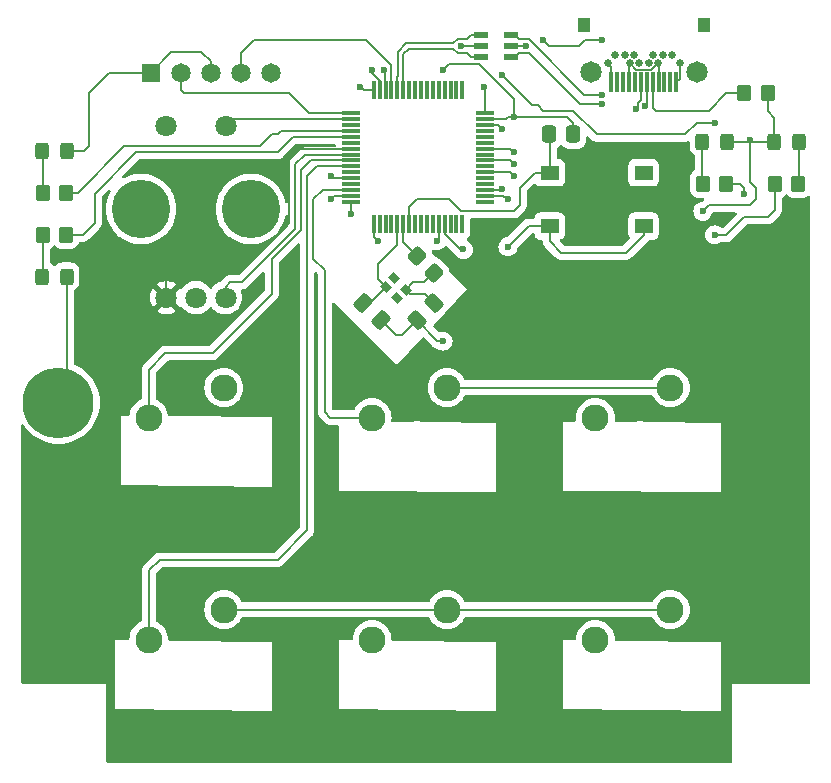
<source format=gtl>
G04 #@! TF.GenerationSoftware,KiCad,Pcbnew,8.0.8*
G04 #@! TF.CreationDate,2025-04-12T06:06:45-04:00*
G04 #@! TF.ProjectId,custom-keypad,63757374-6f6d-42d6-9b65-797061642e6b,rev?*
G04 #@! TF.SameCoordinates,Original*
G04 #@! TF.FileFunction,Copper,L1,Top*
G04 #@! TF.FilePolarity,Positive*
%FSLAX46Y46*%
G04 Gerber Fmt 4.6, Leading zero omitted, Abs format (unit mm)*
G04 Created by KiCad (PCBNEW 8.0.8) date 2025-04-12 06:06:45*
%MOMM*%
%LPD*%
G01*
G04 APERTURE LIST*
G04 Aperture macros list*
%AMRoundRect*
0 Rectangle with rounded corners*
0 $1 Rounding radius*
0 $2 $3 $4 $5 $6 $7 $8 $9 X,Y pos of 4 corners*
0 Add a 4 corners polygon primitive as box body*
4,1,4,$2,$3,$4,$5,$6,$7,$8,$9,$2,$3,0*
0 Add four circle primitives for the rounded corners*
1,1,$1+$1,$2,$3*
1,1,$1+$1,$4,$5*
1,1,$1+$1,$6,$7*
1,1,$1+$1,$8,$9*
0 Add four rect primitives between the rounded corners*
20,1,$1+$1,$2,$3,$4,$5,0*
20,1,$1+$1,$4,$5,$6,$7,0*
20,1,$1+$1,$6,$7,$8,$9,0*
20,1,$1+$1,$8,$9,$2,$3,0*%
%AMRotRect*
0 Rectangle, with rotation*
0 The origin of the aperture is its center*
0 $1 length*
0 $2 width*
0 $3 Rotation angle, in degrees counterclockwise*
0 Add horizontal line*
21,1,$1,$2,0,0,$3*%
G04 Aperture macros list end*
G04 #@! TA.AperFunction,SMDPad,CuDef*
%ADD10RoundRect,0.250000X-0.325000X-0.450000X0.325000X-0.450000X0.325000X0.450000X-0.325000X0.450000X0*%
G04 #@! TD*
G04 #@! TA.AperFunction,SMDPad,CuDef*
%ADD11RoundRect,0.250000X0.350000X0.450000X-0.350000X0.450000X-0.350000X-0.450000X0.350000X-0.450000X0*%
G04 #@! TD*
G04 #@! TA.AperFunction,ComponentPad*
%ADD12C,2.286000*%
G04 #@! TD*
G04 #@! TA.AperFunction,SMDPad,CuDef*
%ADD13R,1.200000X0.600000*%
G04 #@! TD*
G04 #@! TA.AperFunction,SMDPad,CuDef*
%ADD14RoundRect,0.250000X0.325000X0.450000X-0.325000X0.450000X-0.325000X-0.450000X0.325000X-0.450000X0*%
G04 #@! TD*
G04 #@! TA.AperFunction,SMDPad,CuDef*
%ADD15RoundRect,0.250000X-0.337500X-0.475000X0.337500X-0.475000X0.337500X0.475000X-0.337500X0.475000X0*%
G04 #@! TD*
G04 #@! TA.AperFunction,ComponentPad*
%ADD16R,1.650000X1.650000*%
G04 #@! TD*
G04 #@! TA.AperFunction,ComponentPad*
%ADD17C,1.650000*%
G04 #@! TD*
G04 #@! TA.AperFunction,SMDPad,CuDef*
%ADD18R,1.550000X1.300000*%
G04 #@! TD*
G04 #@! TA.AperFunction,SMDPad,CuDef*
%ADD19RotRect,0.700000X0.750000X45.000000*%
G04 #@! TD*
G04 #@! TA.AperFunction,SMDPad,CuDef*
%ADD20RoundRect,0.250000X0.565685X0.070711X0.070711X0.565685X-0.565685X-0.070711X-0.070711X-0.565685X0*%
G04 #@! TD*
G04 #@! TA.AperFunction,SMDPad,CuDef*
%ADD21RoundRect,0.250000X-0.097227X0.574524X-0.574524X0.097227X0.097227X-0.574524X0.574524X-0.097227X0*%
G04 #@! TD*
G04 #@! TA.AperFunction,ComponentPad*
%ADD22C,1.800000*%
G04 #@! TD*
G04 #@! TA.AperFunction,ComponentPad*
%ADD23C,4.950000*%
G04 #@! TD*
G04 #@! TA.AperFunction,SMDPad,CuDef*
%ADD24RoundRect,0.250000X-0.350000X-0.450000X0.350000X-0.450000X0.350000X0.450000X-0.350000X0.450000X0*%
G04 #@! TD*
G04 #@! TA.AperFunction,SMDPad,CuDef*
%ADD25RoundRect,0.075000X0.075000X-0.700000X0.075000X0.700000X-0.075000X0.700000X-0.075000X-0.700000X0*%
G04 #@! TD*
G04 #@! TA.AperFunction,SMDPad,CuDef*
%ADD26RoundRect,0.075000X0.700000X-0.075000X0.700000X0.075000X-0.700000X0.075000X-0.700000X-0.075000X0*%
G04 #@! TD*
G04 #@! TA.AperFunction,SMDPad,CuDef*
%ADD27R,0.300000X1.700000*%
G04 #@! TD*
G04 #@! TA.AperFunction,ComponentPad*
%ADD28C,0.650000*%
G04 #@! TD*
G04 #@! TA.AperFunction,ComponentPad*
%ADD29C,1.815000*%
G04 #@! TD*
G04 #@! TA.AperFunction,SMDPad,CuDef*
%ADD30R,1.000000X1.200000*%
G04 #@! TD*
G04 #@! TA.AperFunction,SMDPad,CuDef*
%ADD31RoundRect,0.250000X-0.574524X-0.097227X-0.097227X-0.574524X0.574524X0.097227X0.097227X0.574524X0*%
G04 #@! TD*
G04 #@! TA.AperFunction,ViaPad*
%ADD32C,0.600000*%
G04 #@! TD*
G04 #@! TA.AperFunction,ViaPad*
%ADD33C,6.000000*%
G04 #@! TD*
G04 #@! TA.AperFunction,Conductor*
%ADD34C,0.200000*%
G04 #@! TD*
G04 APERTURE END LIST*
D10*
X115561002Y-38100000D03*
X117611000Y-38100000D03*
D11*
X55610000Y-42418000D03*
X53610000Y-42418000D03*
D12*
X68942000Y-77724000D03*
X62592000Y-80264000D03*
D13*
X93250000Y-30950000D03*
X93250000Y-30000000D03*
X93250000Y-29050000D03*
X90750000Y-29050000D03*
X90750000Y-30000000D03*
X90750000Y-30950000D03*
D12*
X87842000Y-77724000D03*
X81492000Y-80264000D03*
D14*
X55634999Y-38862000D03*
X53585001Y-38862000D03*
D15*
X96462500Y-37500000D03*
X98537500Y-37500000D03*
D16*
X62738000Y-32258000D03*
D17*
X65278000Y-32258000D03*
X67818000Y-32258000D03*
X70358000Y-32258000D03*
X72898000Y-32258000D03*
D11*
X55610000Y-45974000D03*
X53610000Y-45974000D03*
D18*
X96525000Y-40750000D03*
X96525000Y-45250000D03*
X104475000Y-40750000D03*
X104475000Y-45250000D03*
D19*
X82669150Y-50376256D03*
X83623744Y-51330850D03*
X84330850Y-50623744D03*
X83376256Y-49669150D03*
D20*
X86707107Y-49207107D03*
X85292893Y-47792893D03*
D21*
X86733623Y-51766377D03*
X85266377Y-53233623D03*
D22*
X64088000Y-51308000D03*
X69088000Y-51308000D03*
X66588000Y-51308000D03*
X64088000Y-36808000D03*
X69088000Y-36808000D03*
D23*
X61938000Y-43808000D03*
X71238000Y-43808000D03*
D12*
X68942000Y-58928000D03*
X62592000Y-61468000D03*
D24*
X115586000Y-41656000D03*
X117586000Y-41656000D03*
D12*
X106742000Y-77724000D03*
X100392000Y-80264000D03*
D11*
X111490000Y-41656000D03*
X109490000Y-41656000D03*
D25*
X81638000Y-45120000D03*
X82138000Y-45120000D03*
X82638000Y-45120000D03*
X83138000Y-45120000D03*
X83638000Y-45120000D03*
X84138000Y-45120000D03*
X84638000Y-45120000D03*
X85138000Y-45120000D03*
X85638000Y-45120000D03*
X86138000Y-45120000D03*
X86638000Y-45120000D03*
X87138000Y-45120000D03*
X87638000Y-45120000D03*
X88138000Y-45120000D03*
X88638000Y-45120000D03*
X89138000Y-45120000D03*
D26*
X91063000Y-43195000D03*
X91063000Y-42695000D03*
X91063000Y-42195000D03*
X91063000Y-41695000D03*
X91063000Y-41195000D03*
X91063000Y-40695000D03*
X91063000Y-40195000D03*
X91063000Y-39695000D03*
X91063000Y-39195000D03*
X91063000Y-38695000D03*
X91063000Y-38195000D03*
X91063000Y-37695000D03*
X91063000Y-37195000D03*
X91063000Y-36695000D03*
X91063000Y-36195000D03*
X91063000Y-35695000D03*
D25*
X89138000Y-33770000D03*
X88638000Y-33770000D03*
X88138000Y-33770000D03*
X87638000Y-33770000D03*
X87138000Y-33770000D03*
X86638000Y-33770000D03*
X86138000Y-33770000D03*
X85638000Y-33770000D03*
X85138000Y-33770000D03*
X84638000Y-33770000D03*
X84138000Y-33770000D03*
X83638000Y-33770000D03*
X83138000Y-33770000D03*
X82638000Y-33770000D03*
X82138000Y-33770000D03*
X81638000Y-33770000D03*
D26*
X79713000Y-35695000D03*
X79713000Y-36195000D03*
X79713000Y-36695000D03*
X79713000Y-37195000D03*
X79713000Y-37695000D03*
X79713000Y-38195000D03*
X79713000Y-38695000D03*
X79713000Y-39195000D03*
X79713000Y-39695000D03*
X79713000Y-40195000D03*
X79713000Y-40695000D03*
X79713000Y-41195000D03*
X79713000Y-41695000D03*
X79713000Y-42195000D03*
X79713000Y-42695000D03*
X79713000Y-43195000D03*
D27*
X107250000Y-33060000D03*
X106750000Y-33060000D03*
X106250000Y-33060000D03*
X105750000Y-33060000D03*
X105250000Y-33060000D03*
X104750000Y-33060000D03*
X104250000Y-33060000D03*
X103750000Y-33060000D03*
X103250000Y-33060000D03*
X102750000Y-33060000D03*
X102250000Y-33060000D03*
X101750000Y-33060000D03*
D28*
X101450000Y-31450000D03*
X102100000Y-30750000D03*
X102900000Y-30750000D03*
X103300000Y-31450000D03*
X103700000Y-30750000D03*
X104100000Y-31450000D03*
X104900000Y-31450000D03*
X105300000Y-30750000D03*
X105700000Y-31450000D03*
X106100000Y-30750000D03*
X106900000Y-30750000D03*
X107550000Y-31450000D03*
D29*
X109000000Y-32250000D03*
X100000000Y-32250000D03*
D30*
X109600000Y-28250000D03*
X99400000Y-28250000D03*
D24*
X113000000Y-34000000D03*
X115000000Y-34000000D03*
D14*
X55634999Y-49530000D03*
X53585001Y-49530000D03*
D12*
X87842000Y-58928000D03*
X81492000Y-61468000D03*
D31*
X80766377Y-51766377D03*
X82233623Y-53233623D03*
D14*
X111514999Y-38100000D03*
X109465001Y-38100000D03*
D12*
X106742000Y-58928000D03*
X100392000Y-61468000D03*
D32*
X81500000Y-32000000D03*
X113500000Y-38000000D03*
D33*
X54944022Y-60196685D03*
D32*
X96000000Y-29500000D03*
X109500000Y-44000000D03*
X101000000Y-29500000D03*
X93000000Y-43000000D03*
X87000000Y-46500000D03*
X93000000Y-47000000D03*
X87500000Y-55000000D03*
X94500000Y-30000000D03*
X93500000Y-36000000D03*
X87500000Y-32000000D03*
X78000000Y-43000000D03*
X79750000Y-44250000D03*
X80500000Y-33500000D03*
X89233623Y-47233623D03*
X92482802Y-42095000D03*
X82000000Y-46500000D03*
X113000000Y-42500000D03*
X91000000Y-33500000D03*
X92500000Y-37000000D03*
X82500000Y-32000000D03*
X89000000Y-30000000D03*
X110500000Y-36500000D03*
X110500000Y-46000000D03*
X92500000Y-32500000D03*
X78000000Y-41000000D03*
X104600000Y-35065687D03*
X101000000Y-34125000D03*
X103862637Y-35376010D03*
X101000000Y-34925003D03*
X93500000Y-41000000D03*
X93500000Y-40000000D03*
X93500000Y-39000000D03*
D34*
X73805000Y-37195000D02*
X79713000Y-37195000D01*
X73000000Y-37500000D02*
X73500000Y-37500000D01*
X73500000Y-37500000D02*
X73805000Y-37195000D01*
X72000000Y-38500000D02*
X73000000Y-37500000D01*
X56582000Y-42418000D02*
X60500000Y-38500000D01*
X60500000Y-38500000D02*
X72000000Y-38500000D01*
X55610000Y-42418000D02*
X56582000Y-42418000D01*
X93250000Y-30000000D02*
X94500000Y-30000000D01*
X82138000Y-32962590D02*
X82138000Y-33770000D01*
X96525000Y-45250000D02*
X96525000Y-46525000D01*
X82233623Y-53233623D02*
X83500000Y-54500000D01*
X83500000Y-54500000D02*
X84000000Y-54500000D01*
X81500000Y-32000000D02*
X81500000Y-32324590D01*
X92805000Y-36195000D02*
X91063000Y-36195000D01*
X67818000Y-31318000D02*
X67818000Y-32258000D01*
X115561002Y-38100000D02*
X115561002Y-36061002D01*
X55634999Y-59505708D02*
X54944022Y-60196685D01*
X101750000Y-33060000D02*
X101750000Y-31750000D01*
X89800000Y-31500000D02*
X89850000Y-31550000D01*
X111514999Y-38100000D02*
X115561002Y-38100000D01*
X114000000Y-43000000D02*
X113500000Y-43500000D01*
X55610000Y-49505000D02*
X55635000Y-49530000D01*
X64496000Y-30500000D02*
X67000000Y-30500000D01*
X114000000Y-42000000D02*
X114000000Y-43000000D01*
X96525000Y-46525000D02*
X97500000Y-47500000D01*
X92596471Y-42695000D02*
X92901471Y-43000000D01*
X90550000Y-31550000D02*
X93500000Y-34500000D01*
X87032754Y-55000000D02*
X87500000Y-55000000D01*
X87138000Y-45120000D02*
X87138000Y-46362000D01*
X57500000Y-38500000D02*
X57500000Y-34000000D01*
X101000000Y-29500000D02*
X99500000Y-29500000D01*
X78000000Y-43000000D02*
X78305000Y-42695000D01*
X101750000Y-31750000D02*
X101450000Y-31450000D01*
X98537500Y-36537500D02*
X98537500Y-37500000D01*
X107250000Y-33060000D02*
X107550000Y-32760000D01*
X78305000Y-42695000D02*
X79713000Y-42695000D01*
X93000000Y-47000000D02*
X94750000Y-45250000D01*
X97500000Y-47500000D02*
X103000000Y-47500000D01*
X89850000Y-31550000D02*
X90550000Y-31550000D01*
X93500000Y-34500000D02*
X93500000Y-36000000D01*
X96500000Y-30000000D02*
X96000000Y-29500000D01*
X93000000Y-36000000D02*
X92805000Y-36195000D01*
X93000000Y-36000000D02*
X98000000Y-36000000D01*
X115000000Y-35500000D02*
X115000000Y-34000000D01*
X91063000Y-42695000D02*
X92596471Y-42695000D01*
X88000000Y-31500000D02*
X89800000Y-31500000D01*
X57138000Y-38862000D02*
X57500000Y-38500000D01*
X67000000Y-30500000D02*
X67818000Y-31318000D01*
X104475000Y-46025000D02*
X104475000Y-45250000D01*
X115561002Y-36061002D02*
X115000000Y-35500000D01*
X59242000Y-32258000D02*
X62738000Y-32258000D01*
X57500000Y-34000000D02*
X59242000Y-32258000D01*
X94750000Y-45250000D02*
X96525000Y-45250000D01*
X55634999Y-38862000D02*
X57138000Y-38862000D01*
X103000000Y-47500000D02*
X104475000Y-46025000D01*
X85266377Y-53233623D02*
X87032754Y-55000000D01*
X87500000Y-32000000D02*
X88000000Y-31500000D01*
X99000000Y-30000000D02*
X96500000Y-30000000D01*
X98000000Y-36000000D02*
X98537500Y-36537500D01*
X113500000Y-41500000D02*
X113500000Y-38000000D01*
X92901471Y-43000000D02*
X93000000Y-43000000D01*
X107550000Y-32760000D02*
X107550000Y-31450000D01*
X99500000Y-29500000D02*
X99000000Y-30000000D01*
X113500000Y-43500000D02*
X110000000Y-43500000D01*
X87138000Y-46362000D02*
X87000000Y-46500000D01*
X114000000Y-42000000D02*
X113500000Y-41500000D01*
X81500000Y-32324590D02*
X82138000Y-32962590D01*
X84000000Y-54500000D02*
X85266377Y-53233623D01*
X62738000Y-32258000D02*
X64496000Y-30500000D01*
X110000000Y-43500000D02*
X109500000Y-44000000D01*
X55634999Y-49530000D02*
X55634999Y-59505708D01*
X106742000Y-77724000D02*
X87842000Y-77724000D01*
X113000000Y-42000000D02*
X112656000Y-41656000D01*
X92382802Y-42195000D02*
X91063000Y-42195000D01*
X87842000Y-77724000D02*
X68942000Y-77724000D01*
X106742000Y-58928000D02*
X87842000Y-58928000D01*
X82000000Y-46500000D02*
X81638000Y-46138000D01*
X87638000Y-45927410D02*
X87638000Y-45120000D01*
X79713000Y-44213000D02*
X79713000Y-43195000D01*
X112656000Y-41656000D02*
X111490000Y-41656000D01*
X92482802Y-42095000D02*
X92382802Y-42195000D01*
X91000000Y-33500000D02*
X91063000Y-33563000D01*
X81638000Y-46138000D02*
X81638000Y-45120000D01*
X113000000Y-42500000D02*
X113000000Y-42000000D01*
X80770000Y-33770000D02*
X81638000Y-33770000D01*
X88944213Y-47233623D02*
X87638000Y-45927410D01*
X89233623Y-47233623D02*
X88944213Y-47233623D01*
X79750000Y-44250000D02*
X79713000Y-44213000D01*
X91063000Y-33563000D02*
X91063000Y-35695000D01*
X80500000Y-33500000D02*
X80770000Y-33770000D01*
X91063000Y-36695000D02*
X92195000Y-36695000D01*
X92195000Y-36695000D02*
X92500000Y-37000000D01*
X82600000Y-32100000D02*
X82500000Y-32000000D01*
X82638000Y-33770000D02*
X82600000Y-33732000D01*
X82600000Y-33732000D02*
X82600000Y-32100000D01*
X103850000Y-32000000D02*
X103300000Y-31450000D01*
X95500000Y-35000000D02*
X95000000Y-35000000D01*
X105150000Y-32000000D02*
X103850000Y-32000000D01*
X103250000Y-33060000D02*
X103250000Y-31500000D01*
X110500000Y-36500000D02*
X109000000Y-36500000D01*
X105700000Y-31450000D02*
X105150000Y-32000000D01*
X100500000Y-37500000D02*
X98500000Y-35500000D01*
X103250000Y-31500000D02*
X103300000Y-31450000D01*
X105750000Y-31500000D02*
X105700000Y-31450000D01*
X108000000Y-37500000D02*
X100500000Y-37500000D01*
X96000000Y-35500000D02*
X95500000Y-35000000D01*
X90750000Y-30000000D02*
X89000000Y-30000000D01*
X109000000Y-36500000D02*
X108000000Y-37500000D01*
X115586000Y-43914000D02*
X115586000Y-41656000D01*
X110500000Y-46000000D02*
X111500000Y-46000000D01*
X111500000Y-46000000D02*
X113000000Y-44500000D01*
X98500000Y-35500000D02*
X96000000Y-35500000D01*
X95000000Y-35000000D02*
X92500000Y-32500000D01*
X115000000Y-44500000D02*
X115586000Y-43914000D01*
X113000000Y-44500000D02*
X115000000Y-44500000D01*
X105750000Y-33060000D02*
X105750000Y-31500000D01*
X82000000Y-49707106D02*
X82669150Y-50376256D01*
X83638000Y-45120000D02*
X83638000Y-46862000D01*
X81279029Y-51766377D02*
X82669150Y-50376256D01*
X80766377Y-51766377D02*
X81279029Y-51766377D01*
X83638000Y-46862000D02*
X82000000Y-48500000D01*
X82000000Y-48500000D02*
X82000000Y-49707106D01*
X84707106Y-51000000D02*
X85967246Y-51000000D01*
X84954594Y-50000000D02*
X85914214Y-50000000D01*
X85967246Y-51000000D02*
X86733623Y-51766377D01*
X84330850Y-50623744D02*
X84954594Y-50000000D01*
X84330850Y-50623744D02*
X84707106Y-51000000D01*
X85914214Y-50000000D02*
X86707107Y-49207107D01*
X79713000Y-41195000D02*
X78195000Y-41195000D01*
X78195000Y-41195000D02*
X78000000Y-41000000D01*
X84138000Y-46638000D02*
X84138000Y-45120000D01*
X85292893Y-47792893D02*
X84138000Y-46638000D01*
X90750000Y-29050000D02*
X89849999Y-29050000D01*
X83663000Y-32582499D02*
X83638000Y-32607499D01*
X83638000Y-32607499D02*
X83638000Y-33770000D01*
X89849999Y-29050000D02*
X89499999Y-29400000D01*
X88376471Y-29775000D02*
X84406800Y-29775000D01*
X84406800Y-29775000D02*
X83663000Y-30518800D01*
X83663000Y-30518800D02*
X83663000Y-32582499D01*
X88751471Y-29400000D02*
X88376471Y-29775000D01*
X89499999Y-29400000D02*
X88751471Y-29400000D01*
X70358000Y-30642000D02*
X70358000Y-32258000D01*
X81000000Y-29500000D02*
X71500000Y-29500000D01*
X83138000Y-31638000D02*
X81000000Y-29500000D01*
X71500000Y-29500000D02*
X70358000Y-30642000D01*
X83138000Y-33770000D02*
X83138000Y-31638000D01*
X84113000Y-32582499D02*
X84138000Y-32607499D01*
X89849999Y-30950000D02*
X89499999Y-30600000D01*
X88376471Y-30225000D02*
X84593200Y-30225000D01*
X88751471Y-30600000D02*
X88376471Y-30225000D01*
X89499999Y-30600000D02*
X88751471Y-30600000D01*
X90750000Y-30950000D02*
X89849999Y-30950000D01*
X84593200Y-30225000D02*
X84113000Y-30705200D01*
X84138000Y-32607499D02*
X84138000Y-33770000D01*
X84113000Y-30705200D02*
X84113000Y-32582499D01*
X76195000Y-35695000D02*
X74500000Y-34000000D01*
X79713000Y-35695000D02*
X76195000Y-35695000D01*
X65556000Y-34000000D02*
X65278000Y-33722000D01*
X74500000Y-34000000D02*
X65556000Y-34000000D01*
X65278000Y-33722000D02*
X65278000Y-32258000D01*
X104100000Y-31450000D02*
X104274999Y-31275001D01*
X94748529Y-29400000D02*
X93900000Y-29400000D01*
X104600000Y-35065687D02*
X104750000Y-34915687D01*
X93900000Y-29400000D02*
X93550000Y-29050000D01*
X101000000Y-34125000D02*
X99473529Y-34125000D01*
X93550000Y-29050000D02*
X93250000Y-29050000D01*
X104750000Y-34915687D02*
X104750000Y-33060000D01*
X104100000Y-31450000D02*
X104275000Y-31275000D01*
X99473529Y-34125000D02*
X94748529Y-29400000D01*
X104900000Y-31450000D02*
X104725001Y-31275001D01*
X99106804Y-34925003D02*
X94781801Y-30600000D01*
X104275000Y-33792548D02*
X104275000Y-33785000D01*
X104000000Y-34817158D02*
X104275000Y-34542158D01*
X103862637Y-35376010D02*
X104000000Y-35238647D01*
X101000000Y-34925003D02*
X99106804Y-34925003D01*
X104250000Y-33760000D02*
X104250000Y-33060000D01*
X94781801Y-30600000D02*
X93900000Y-30600000D01*
X93900000Y-30600000D02*
X93550000Y-30950000D01*
X104900000Y-31450000D02*
X104725000Y-31275000D01*
X104275000Y-34542158D02*
X104275000Y-33785000D01*
X93550000Y-30950000D02*
X93250000Y-30950000D01*
X104000000Y-35238647D02*
X104000000Y-34817158D01*
X104275000Y-33785000D02*
X104250000Y-33760000D01*
X109465001Y-41631001D02*
X109490000Y-41656000D01*
X109465001Y-38100000D02*
X109465001Y-41631001D01*
X53610000Y-42418000D02*
X53610000Y-38886999D01*
X53610000Y-38886999D02*
X53585001Y-38862000D01*
X53610000Y-49505001D02*
X53585001Y-49530000D01*
X53610000Y-45974000D02*
X53610000Y-49505001D01*
X117611000Y-38100000D02*
X117611000Y-41631000D01*
X117611000Y-41631000D02*
X117586000Y-41656000D01*
X111500000Y-34000000D02*
X110000000Y-35500000D01*
X105500000Y-35500000D02*
X105250000Y-35250000D01*
X105250000Y-33060000D02*
X105250000Y-33760000D01*
X110000000Y-35500000D02*
X105500000Y-35500000D01*
X105250000Y-35250000D02*
X105250000Y-33060000D01*
X113000000Y-34000000D02*
X111500000Y-34000000D01*
X95250000Y-40750000D02*
X94000000Y-42000000D01*
X85276000Y-43000000D02*
X84638000Y-43638000D01*
X96525000Y-40750000D02*
X96525000Y-37562500D01*
X88000000Y-43000000D02*
X85276000Y-43000000D01*
X96525000Y-37562500D02*
X96462500Y-37500000D01*
X94000000Y-43500000D02*
X93500000Y-44000000D01*
X89000000Y-44000000D02*
X88000000Y-43000000D01*
X94000000Y-42000000D02*
X94000000Y-43500000D01*
X84638000Y-43638000D02*
X84638000Y-45120000D01*
X93500000Y-44000000D02*
X89000000Y-44000000D01*
X96525000Y-40750000D02*
X95250000Y-40750000D01*
X69088000Y-50412000D02*
X69500000Y-50000000D01*
X75000000Y-45500000D02*
X75000000Y-40000000D01*
X75000000Y-40000000D02*
X75805000Y-39195000D01*
X69500000Y-50000000D02*
X70500000Y-50000000D01*
X75805000Y-39195000D02*
X79713000Y-39195000D01*
X69088000Y-51308000D02*
X69088000Y-50412000D01*
X70500000Y-50000000D02*
X75000000Y-45500000D01*
X64088000Y-49912000D02*
X65000000Y-49000000D01*
X64088000Y-51308000D02*
X64088000Y-49912000D01*
X74500000Y-39500000D02*
X75305000Y-38695000D01*
X74500000Y-45000000D02*
X74500000Y-39500000D01*
X70500000Y-49000000D02*
X74500000Y-45000000D01*
X75305000Y-38695000D02*
X79713000Y-38695000D01*
X65000000Y-49000000D02*
X70500000Y-49000000D01*
X79713000Y-36195000D02*
X69701000Y-36195000D01*
X69701000Y-36195000D02*
X69088000Y-36808000D01*
X55634999Y-42393001D02*
X55610000Y-42418000D01*
X61500000Y-39000000D02*
X73500000Y-39000000D01*
X57026000Y-45974000D02*
X58000000Y-45000000D01*
X73500000Y-39000000D02*
X74805000Y-37695000D01*
X74805000Y-37695000D02*
X79713000Y-37695000D01*
X58000000Y-42500000D02*
X61500000Y-39000000D01*
X55610000Y-45974000D02*
X57026000Y-45974000D01*
X58000000Y-45000000D02*
X58000000Y-42500000D01*
X75500000Y-40500000D02*
X76305000Y-39695000D01*
X64000000Y-56000000D02*
X68000000Y-56000000D01*
X75500000Y-45565686D02*
X75500000Y-40500000D01*
X73000000Y-48065686D02*
X75500000Y-45565686D01*
X62592000Y-57408000D02*
X64000000Y-56000000D01*
X76305000Y-39695000D02*
X79713000Y-39695000D01*
X68000000Y-56000000D02*
X73000000Y-51000000D01*
X62592000Y-61468000D02*
X62592000Y-57408000D01*
X73000000Y-51000000D02*
X73000000Y-48065686D01*
X77500000Y-49000000D02*
X76500000Y-48000000D01*
X81492000Y-61468000D02*
X77968000Y-61468000D01*
X76500000Y-48000000D02*
X76500000Y-43000000D01*
X77968000Y-61468000D02*
X77500000Y-61000000D01*
X77500000Y-61000000D02*
X77500000Y-49000000D01*
X76500000Y-43000000D02*
X77305000Y-42195000D01*
X77305000Y-42195000D02*
X79713000Y-42195000D01*
X73500000Y-73500000D02*
X76000000Y-71000000D01*
X76000000Y-41000000D02*
X76805000Y-40195000D01*
X62592000Y-74408000D02*
X63500000Y-73500000D01*
X63500000Y-73500000D02*
X73500000Y-73500000D01*
X76000000Y-71000000D02*
X76000000Y-41000000D01*
X76805000Y-40195000D02*
X79713000Y-40195000D01*
X62592000Y-80264000D02*
X62592000Y-74408000D01*
X93195000Y-40695000D02*
X91063000Y-40695000D01*
X93500000Y-41000000D02*
X93195000Y-40695000D01*
X93195000Y-39695000D02*
X91063000Y-39695000D01*
X93500000Y-40000000D02*
X93195000Y-39695000D01*
X93500000Y-39000000D02*
X93195000Y-38695000D01*
X93195000Y-38695000D02*
X91063000Y-38695000D01*
G04 #@! TA.AperFunction,Conductor*
G36*
X99830701Y-37680383D02*
G01*
X99837180Y-37686415D01*
X100015139Y-37864374D01*
X100015149Y-37864385D01*
X100019479Y-37868715D01*
X100019480Y-37868716D01*
X100131284Y-37980520D01*
X100208340Y-38025008D01*
X100268215Y-38059577D01*
X100420943Y-38100500D01*
X107913331Y-38100500D01*
X107913347Y-38100501D01*
X107920943Y-38100501D01*
X108079053Y-38100501D01*
X108079057Y-38100501D01*
X108231785Y-38059577D01*
X108231790Y-38059573D01*
X108233406Y-38059141D01*
X108303256Y-38060804D01*
X108361119Y-38099966D01*
X108388624Y-38164194D01*
X108389501Y-38178916D01*
X108389501Y-38600001D01*
X108389502Y-38600019D01*
X108400001Y-38702796D01*
X108400002Y-38702799D01*
X108440922Y-38826286D01*
X108455187Y-38869334D01*
X108547289Y-39018656D01*
X108671345Y-39142712D01*
X108805598Y-39225519D01*
X108852322Y-39277465D01*
X108864501Y-39331057D01*
X108864501Y-40424941D01*
X108844816Y-40491980D01*
X108805598Y-40530480D01*
X108671342Y-40613289D01*
X108547289Y-40737342D01*
X108455187Y-40886663D01*
X108455186Y-40886666D01*
X108400001Y-41053203D01*
X108400001Y-41053204D01*
X108400000Y-41053204D01*
X108389500Y-41155983D01*
X108389500Y-42156001D01*
X108389501Y-42156019D01*
X108400000Y-42258796D01*
X108400001Y-42258799D01*
X108455185Y-42425331D01*
X108455187Y-42425336D01*
X108482590Y-42469764D01*
X108547288Y-42574656D01*
X108671344Y-42698712D01*
X108820666Y-42790814D01*
X108987203Y-42845999D01*
X109089991Y-42856500D01*
X109494903Y-42856499D01*
X109561941Y-42876183D01*
X109607696Y-42928987D01*
X109617640Y-42998146D01*
X109588615Y-43061702D01*
X109582583Y-43068180D01*
X109481465Y-43169298D01*
X109420142Y-43202783D01*
X109407668Y-43204837D01*
X109320750Y-43214630D01*
X109150478Y-43274210D01*
X108997737Y-43370184D01*
X108870184Y-43497737D01*
X108774211Y-43650476D01*
X108714631Y-43820745D01*
X108714630Y-43820750D01*
X108694435Y-43999996D01*
X108694435Y-44000003D01*
X108714630Y-44179249D01*
X108714631Y-44179254D01*
X108774211Y-44349523D01*
X108864058Y-44492513D01*
X108870184Y-44502262D01*
X108997738Y-44629816D01*
X109029065Y-44649500D01*
X109148426Y-44724500D01*
X109150478Y-44725789D01*
X109316838Y-44784001D01*
X109320745Y-44785368D01*
X109320750Y-44785369D01*
X109499996Y-44805565D01*
X109500000Y-44805565D01*
X109500004Y-44805565D01*
X109679249Y-44785369D01*
X109679252Y-44785368D01*
X109679255Y-44785368D01*
X109849522Y-44725789D01*
X110002262Y-44629816D01*
X110129816Y-44502262D01*
X110225789Y-44349522D01*
X110283867Y-44183545D01*
X110324589Y-44126769D01*
X110389542Y-44101022D01*
X110400909Y-44100500D01*
X112250902Y-44100500D01*
X112317941Y-44120185D01*
X112363696Y-44172989D01*
X112373640Y-44242147D01*
X112344615Y-44305703D01*
X112338583Y-44312181D01*
X111287584Y-45363181D01*
X111226261Y-45396666D01*
X111199903Y-45399500D01*
X111082412Y-45399500D01*
X111015373Y-45379815D01*
X111005097Y-45372445D01*
X111002263Y-45370185D01*
X111002262Y-45370184D01*
X110918117Y-45317312D01*
X110849523Y-45274211D01*
X110679254Y-45214631D01*
X110679249Y-45214630D01*
X110500004Y-45194435D01*
X110499996Y-45194435D01*
X110320750Y-45214630D01*
X110320745Y-45214631D01*
X110150476Y-45274211D01*
X109997737Y-45370184D01*
X109870184Y-45497737D01*
X109774211Y-45650476D01*
X109714631Y-45820745D01*
X109714630Y-45820750D01*
X109694435Y-45999996D01*
X109694435Y-46000003D01*
X109714630Y-46179249D01*
X109714631Y-46179254D01*
X109774211Y-46349523D01*
X109862621Y-46490226D01*
X109870184Y-46502262D01*
X109997738Y-46629816D01*
X110047628Y-46661164D01*
X110107208Y-46698601D01*
X110150478Y-46725789D01*
X110315401Y-46783498D01*
X110320745Y-46785368D01*
X110320750Y-46785369D01*
X110499996Y-46805565D01*
X110500000Y-46805565D01*
X110500004Y-46805565D01*
X110679249Y-46785369D01*
X110679252Y-46785368D01*
X110679255Y-46785368D01*
X110849522Y-46725789D01*
X111002262Y-46629816D01*
X111002267Y-46629810D01*
X111005097Y-46627555D01*
X111007275Y-46626665D01*
X111008158Y-46626111D01*
X111008255Y-46626265D01*
X111069783Y-46601145D01*
X111082412Y-46600500D01*
X111413331Y-46600500D01*
X111413347Y-46600501D01*
X111420943Y-46600501D01*
X111579054Y-46600501D01*
X111579057Y-46600501D01*
X111731785Y-46559577D01*
X111821406Y-46507834D01*
X111868716Y-46480520D01*
X111980520Y-46368716D01*
X111980520Y-46368714D01*
X111990724Y-46358511D01*
X111990727Y-46358506D01*
X113212416Y-45136819D01*
X113273739Y-45103334D01*
X113300097Y-45100500D01*
X114913331Y-45100500D01*
X114913347Y-45100501D01*
X114920943Y-45100501D01*
X115079054Y-45100501D01*
X115079057Y-45100501D01*
X115231785Y-45059577D01*
X115303424Y-45018216D01*
X115368716Y-44980520D01*
X115480520Y-44868716D01*
X115480520Y-44868714D01*
X115490724Y-44858511D01*
X115490728Y-44858506D01*
X115944506Y-44404728D01*
X115944511Y-44404724D01*
X115954714Y-44394520D01*
X115954716Y-44394520D01*
X116066520Y-44282716D01*
X116139207Y-44156818D01*
X116145577Y-44145785D01*
X116186500Y-43993057D01*
X116186500Y-43834943D01*
X116186500Y-42901908D01*
X116206185Y-42834869D01*
X116250271Y-42796363D01*
X116249187Y-42794605D01*
X116255332Y-42790814D01*
X116255334Y-42790814D01*
X116404656Y-42698712D01*
X116498319Y-42605049D01*
X116559642Y-42571564D01*
X116629334Y-42576548D01*
X116673681Y-42605049D01*
X116767344Y-42698712D01*
X116916666Y-42790814D01*
X117083203Y-42845999D01*
X117185991Y-42856500D01*
X117986008Y-42856499D01*
X117986016Y-42856498D01*
X117986019Y-42856498D01*
X118054309Y-42849522D01*
X118088797Y-42845999D01*
X118255334Y-42790814D01*
X118401056Y-42700931D01*
X118468445Y-42682493D01*
X118535109Y-42703415D01*
X118579879Y-42757057D01*
X118590150Y-42806472D01*
X118590150Y-83876000D01*
X118570465Y-83943039D01*
X118517661Y-83988794D01*
X118466150Y-84000000D01*
X112000000Y-84000000D01*
X111993187Y-90602435D01*
X111973433Y-90669454D01*
X111920582Y-90715154D01*
X111869187Y-90726307D01*
X59124000Y-90726307D01*
X59056961Y-90706622D01*
X59011206Y-90653818D01*
X59000000Y-90602307D01*
X59000000Y-84000000D01*
X51891693Y-84000000D01*
X51824654Y-83980315D01*
X51778899Y-83927511D01*
X51767693Y-83876000D01*
X51767693Y-62151377D01*
X51787378Y-62084338D01*
X51840182Y-62038583D01*
X51909340Y-62028639D01*
X51972896Y-62057664D01*
X51995688Y-62083842D01*
X52108169Y-62257049D01*
X52108171Y-62257051D01*
X52339073Y-62542191D01*
X52598516Y-62801634D01*
X52598520Y-62801637D01*
X52883657Y-63032537D01*
X53191365Y-63232364D01*
X53191370Y-63232367D01*
X53518286Y-63398940D01*
X53860823Y-63530427D01*
X54215228Y-63625390D01*
X54577618Y-63682787D01*
X54923756Y-63700926D01*
X54944021Y-63701989D01*
X54944022Y-63701989D01*
X54944023Y-63701989D01*
X54963225Y-63700982D01*
X55310426Y-63682787D01*
X55672816Y-63625390D01*
X56027221Y-63530427D01*
X56369758Y-63398940D01*
X56696674Y-63232367D01*
X57004388Y-63032536D01*
X57289528Y-62801634D01*
X57548971Y-62542191D01*
X57779873Y-62257051D01*
X57979704Y-61949337D01*
X58146277Y-61622421D01*
X58277764Y-61279884D01*
X58372727Y-60925479D01*
X58430124Y-60563089D01*
X58449326Y-60196685D01*
X58430124Y-59830281D01*
X58372727Y-59467891D01*
X58277764Y-59113486D01*
X58146277Y-58770949D01*
X57979704Y-58444033D01*
X57963160Y-58418557D01*
X57779874Y-58136320D01*
X57548974Y-57851183D01*
X57548971Y-57851179D01*
X57289528Y-57591736D01*
X57004388Y-57360834D01*
X57004386Y-57360832D01*
X56696678Y-57161005D01*
X56369761Y-56994431D01*
X56315061Y-56973434D01*
X56259529Y-56931032D01*
X56235736Y-56865338D01*
X56235499Y-56857670D01*
X56235499Y-50761057D01*
X56255184Y-50694018D01*
X56294400Y-50655520D01*
X56428655Y-50572712D01*
X56552711Y-50448656D01*
X56644813Y-50299334D01*
X56699998Y-50132797D01*
X56710499Y-50030009D01*
X56710498Y-49029992D01*
X56699998Y-48927203D01*
X56644813Y-48760666D01*
X56552711Y-48611344D01*
X56428655Y-48487288D01*
X56279333Y-48395186D01*
X56112796Y-48340001D01*
X56112794Y-48340000D01*
X56010009Y-48329500D01*
X55259997Y-48329500D01*
X55259979Y-48329501D01*
X55157202Y-48340000D01*
X55157199Y-48340001D01*
X54990667Y-48395185D01*
X54990662Y-48395187D01*
X54841341Y-48487289D01*
X54717287Y-48611343D01*
X54717285Y-48611346D01*
X54715536Y-48614182D01*
X54713829Y-48615717D01*
X54712806Y-48617011D01*
X54712584Y-48616836D01*
X54663587Y-48660904D01*
X54594624Y-48672124D01*
X54530542Y-48644278D01*
X54504464Y-48614182D01*
X54502714Y-48611346D01*
X54502712Y-48611343D01*
X54378658Y-48487289D01*
X54378657Y-48487288D01*
X54269402Y-48419899D01*
X54222679Y-48367952D01*
X54210500Y-48314361D01*
X54210500Y-47219908D01*
X54230185Y-47152869D01*
X54274271Y-47114363D01*
X54273187Y-47112605D01*
X54279332Y-47108814D01*
X54279334Y-47108814D01*
X54428656Y-47016712D01*
X54522319Y-46923049D01*
X54583642Y-46889564D01*
X54653334Y-46894548D01*
X54697681Y-46923049D01*
X54791344Y-47016712D01*
X54940666Y-47108814D01*
X55107203Y-47163999D01*
X55209991Y-47174500D01*
X56010008Y-47174499D01*
X56010016Y-47174498D01*
X56010019Y-47174498D01*
X56066302Y-47168748D01*
X56112797Y-47163999D01*
X56279334Y-47108814D01*
X56428656Y-47016712D01*
X56552712Y-46892656D01*
X56644814Y-46743334D01*
X56672595Y-46659495D01*
X56712368Y-46602051D01*
X56776884Y-46575228D01*
X56790301Y-46574500D01*
X56939331Y-46574500D01*
X56939347Y-46574501D01*
X56946943Y-46574501D01*
X57105054Y-46574501D01*
X57105057Y-46574501D01*
X57257785Y-46533577D01*
X57312024Y-46502262D01*
X57312025Y-46502262D01*
X57394709Y-46454524D01*
X57394708Y-46454524D01*
X57394716Y-46454520D01*
X57506520Y-46342716D01*
X57506520Y-46342714D01*
X57516724Y-46332511D01*
X57516728Y-46332506D01*
X58358506Y-45490728D01*
X58358511Y-45490724D01*
X58368714Y-45480520D01*
X58368716Y-45480520D01*
X58480520Y-45368716D01*
X58484408Y-45361980D01*
X58538544Y-45268216D01*
X58538545Y-45268214D01*
X58559574Y-45231790D01*
X58559575Y-45231789D01*
X58559575Y-45231787D01*
X58559577Y-45231785D01*
X58600501Y-45079057D01*
X58600501Y-44920943D01*
X58600501Y-44913348D01*
X58600500Y-44913330D01*
X58600500Y-42800097D01*
X58620185Y-42733058D01*
X58636819Y-42712416D01*
X58888519Y-42460716D01*
X59148872Y-42200362D01*
X59210193Y-42166879D01*
X59279884Y-42171863D01*
X59335818Y-42213734D01*
X59360235Y-42279199D01*
X59345383Y-42347472D01*
X59343938Y-42350045D01*
X59274491Y-42470330D01*
X59274485Y-42470343D01*
X59137205Y-42788594D01*
X59037797Y-43120642D01*
X59037794Y-43120656D01*
X58977611Y-43461968D01*
X58977610Y-43461979D01*
X58957457Y-43807996D01*
X58957457Y-43808003D01*
X58977610Y-44154020D01*
X58977611Y-44154031D01*
X59037794Y-44495343D01*
X59037797Y-44495357D01*
X59037798Y-44495361D01*
X59054793Y-44552127D01*
X59137205Y-44827405D01*
X59274485Y-45145656D01*
X59274491Y-45145669D01*
X59447793Y-45445836D01*
X59654768Y-45723852D01*
X59654773Y-45723858D01*
X59774254Y-45850500D01*
X59892627Y-45975968D01*
X59892633Y-45975973D01*
X59892635Y-45975975D01*
X60090886Y-46142328D01*
X60158143Y-46198763D01*
X60447728Y-46389226D01*
X60757467Y-46544783D01*
X61083171Y-46663329D01*
X61083177Y-46663330D01*
X61083179Y-46663331D01*
X61420418Y-46743259D01*
X61420425Y-46743260D01*
X61420434Y-46743262D01*
X61764697Y-46783500D01*
X61764704Y-46783500D01*
X62111296Y-46783500D01*
X62111303Y-46783500D01*
X62455566Y-46743262D01*
X62455575Y-46743259D01*
X62455581Y-46743259D01*
X62727616Y-46678784D01*
X62792829Y-46663329D01*
X63118533Y-46544783D01*
X63428272Y-46389226D01*
X63717857Y-46198763D01*
X63983373Y-45975968D01*
X64221228Y-45723856D01*
X64428207Y-45445835D01*
X64601511Y-45145665D01*
X64738794Y-44827406D01*
X64838202Y-44495361D01*
X64898390Y-44154020D01*
X64917436Y-43827011D01*
X64918543Y-43808003D01*
X64918543Y-43807996D01*
X64910113Y-43663267D01*
X64898390Y-43461980D01*
X64898166Y-43460712D01*
X64838205Y-43120656D01*
X64838204Y-43120653D01*
X64838202Y-43120639D01*
X64738794Y-42788594D01*
X64601511Y-42470335D01*
X64473570Y-42248735D01*
X64428206Y-42170163D01*
X64221231Y-41892147D01*
X64221226Y-41892141D01*
X64094242Y-41757547D01*
X63983373Y-41640032D01*
X63983366Y-41640026D01*
X63983364Y-41640024D01*
X63717860Y-41417239D01*
X63654078Y-41375289D01*
X63428272Y-41226774D01*
X63333642Y-41179249D01*
X63118540Y-41071220D01*
X63118534Y-41071217D01*
X62792841Y-40952675D01*
X62792820Y-40952668D01*
X62455581Y-40872740D01*
X62455566Y-40872738D01*
X62111303Y-40832500D01*
X61764697Y-40832500D01*
X61463466Y-40867708D01*
X61420433Y-40872738D01*
X61420418Y-40872740D01*
X61083179Y-40952668D01*
X61083158Y-40952675D01*
X60757465Y-41071217D01*
X60757459Y-41071220D01*
X60480988Y-41210069D01*
X60412245Y-41222566D01*
X60347659Y-41195913D01*
X60307734Y-41138574D01*
X60305148Y-41068752D01*
X60337654Y-41011580D01*
X61712416Y-39636819D01*
X61773739Y-39603334D01*
X61800097Y-39600500D01*
X73413331Y-39600500D01*
X73413347Y-39600501D01*
X73420943Y-39600501D01*
X73579054Y-39600501D01*
X73579057Y-39600501D01*
X73731785Y-39559577D01*
X73781904Y-39530639D01*
X73868716Y-39480520D01*
X73980520Y-39368716D01*
X73980520Y-39368714D01*
X73990728Y-39358507D01*
X73990729Y-39358504D01*
X75017417Y-38331819D01*
X75078740Y-38298334D01*
X75105098Y-38295500D01*
X78327146Y-38295500D01*
X78394185Y-38315185D01*
X78439940Y-38367989D01*
X78450085Y-38403313D01*
X78453374Y-38428292D01*
X78451593Y-38428526D01*
X78453804Y-38462267D01*
X78450590Y-38486683D01*
X78422325Y-38550580D01*
X78364001Y-38589052D01*
X78327651Y-38594500D01*
X75891669Y-38594500D01*
X75891653Y-38594499D01*
X75884057Y-38594499D01*
X75725943Y-38594499D01*
X75649579Y-38614961D01*
X75573212Y-38635423D01*
X75573209Y-38635425D01*
X75530970Y-38659813D01*
X75530969Y-38659814D01*
X75483626Y-38687147D01*
X75436285Y-38714479D01*
X75436282Y-38714481D01*
X74519481Y-39631282D01*
X74519479Y-39631285D01*
X74505091Y-39656206D01*
X74474294Y-39709549D01*
X74440423Y-39768215D01*
X74399499Y-39920943D01*
X74399499Y-39920945D01*
X74399499Y-40089046D01*
X74399500Y-40089059D01*
X74399500Y-43185204D01*
X74379815Y-43252243D01*
X74327011Y-43297998D01*
X74257853Y-43307942D01*
X74194297Y-43278917D01*
X74156523Y-43220139D01*
X74153384Y-43206737D01*
X74138205Y-43120653D01*
X74138203Y-43120647D01*
X74138202Y-43120639D01*
X74038794Y-42788594D01*
X73901511Y-42470335D01*
X73773570Y-42248735D01*
X73728206Y-42170163D01*
X73521231Y-41892147D01*
X73521226Y-41892141D01*
X73394242Y-41757547D01*
X73283373Y-41640032D01*
X73283366Y-41640026D01*
X73283364Y-41640024D01*
X73017860Y-41417239D01*
X72954078Y-41375289D01*
X72728272Y-41226774D01*
X72633642Y-41179249D01*
X72418540Y-41071220D01*
X72418534Y-41071217D01*
X72092841Y-40952675D01*
X72092820Y-40952668D01*
X71755581Y-40872740D01*
X71755566Y-40872738D01*
X71411303Y-40832500D01*
X71064697Y-40832500D01*
X70763466Y-40867708D01*
X70720433Y-40872738D01*
X70720418Y-40872740D01*
X70383179Y-40952668D01*
X70383158Y-40952675D01*
X70057465Y-41071217D01*
X70057459Y-41071220D01*
X69747731Y-41226772D01*
X69458139Y-41417239D01*
X69192635Y-41640024D01*
X69192625Y-41640034D01*
X68954773Y-41892141D01*
X68954768Y-41892147D01*
X68747793Y-42170163D01*
X68574491Y-42470330D01*
X68574485Y-42470343D01*
X68437205Y-42788594D01*
X68337797Y-43120642D01*
X68337794Y-43120656D01*
X68277611Y-43461968D01*
X68277610Y-43461979D01*
X68257457Y-43807996D01*
X68257457Y-43808003D01*
X68277610Y-44154020D01*
X68277611Y-44154031D01*
X68337794Y-44495343D01*
X68337797Y-44495357D01*
X68337798Y-44495361D01*
X68354793Y-44552127D01*
X68437205Y-44827405D01*
X68574485Y-45145656D01*
X68574491Y-45145669D01*
X68747793Y-45445836D01*
X68954768Y-45723852D01*
X68954773Y-45723858D01*
X69074254Y-45850500D01*
X69192627Y-45975968D01*
X69192633Y-45975973D01*
X69192635Y-45975975D01*
X69390886Y-46142328D01*
X69458143Y-46198763D01*
X69747728Y-46389226D01*
X70057467Y-46544783D01*
X70383171Y-46663329D01*
X70383177Y-46663330D01*
X70383179Y-46663331D01*
X70720418Y-46743259D01*
X70720425Y-46743260D01*
X70720434Y-46743262D01*
X71064697Y-46783500D01*
X71064704Y-46783500D01*
X71411296Y-46783500D01*
X71411303Y-46783500D01*
X71755566Y-46743262D01*
X71755575Y-46743259D01*
X71755581Y-46743259D01*
X72027616Y-46678784D01*
X72092829Y-46663329D01*
X72418533Y-46544783D01*
X72728272Y-46389226D01*
X73017857Y-46198763D01*
X73283373Y-45975968D01*
X73521228Y-45723856D01*
X73728207Y-45445835D01*
X73901511Y-45145665D01*
X74038794Y-44827406D01*
X74138202Y-44495361D01*
X74149587Y-44430795D01*
X74153384Y-44409263D01*
X74184411Y-44346660D01*
X74244358Y-44310769D01*
X74314192Y-44312986D01*
X74371742Y-44352606D01*
X74398736Y-44417051D01*
X74399500Y-44430795D01*
X74399500Y-45199903D01*
X74379815Y-45266942D01*
X74363181Y-45287584D01*
X70287584Y-49363181D01*
X70226261Y-49396666D01*
X70199903Y-49399500D01*
X69586669Y-49399500D01*
X69586653Y-49399499D01*
X69579057Y-49399499D01*
X69420943Y-49399499D01*
X69313587Y-49428265D01*
X69268210Y-49440424D01*
X69268209Y-49440425D01*
X69218096Y-49469359D01*
X69218095Y-49469360D01*
X69174689Y-49494420D01*
X69131285Y-49519479D01*
X69131282Y-49519481D01*
X68719286Y-49931478D01*
X68719276Y-49931482D01*
X68719279Y-49931485D01*
X68705497Y-49945265D01*
X68658086Y-49974858D01*
X68523501Y-50021062D01*
X68523495Y-50021064D01*
X68319371Y-50131531D01*
X68319365Y-50131535D01*
X68136222Y-50274081D01*
X68136219Y-50274084D01*
X68136216Y-50274086D01*
X68136216Y-50274087D01*
X67979538Y-50444286D01*
X67979015Y-50444854D01*
X67941808Y-50501804D01*
X67888662Y-50547161D01*
X67819430Y-50556584D01*
X67756095Y-50527082D01*
X67734192Y-50501804D01*
X67696984Y-50444854D01*
X67696982Y-50444852D01*
X67696979Y-50444847D01*
X67539784Y-50274087D01*
X67539779Y-50274083D01*
X67539777Y-50274081D01*
X67356634Y-50131535D01*
X67356628Y-50131531D01*
X67152504Y-50021064D01*
X67152495Y-50021061D01*
X66932984Y-49945702D01*
X66761282Y-49917050D01*
X66704049Y-49907500D01*
X66471951Y-49907500D01*
X66426164Y-49915140D01*
X66243015Y-49945702D01*
X66023504Y-50021061D01*
X66023495Y-50021064D01*
X65819371Y-50131531D01*
X65819365Y-50131535D01*
X65636222Y-50274081D01*
X65636219Y-50274084D01*
X65636216Y-50274086D01*
X65636216Y-50274087D01*
X65479021Y-50444847D01*
X65479019Y-50444849D01*
X65479017Y-50444852D01*
X65441509Y-50502262D01*
X65388362Y-50547618D01*
X65319131Y-50557041D01*
X65255795Y-50527538D01*
X65241084Y-50510561D01*
X65239186Y-50510364D01*
X64652612Y-51096939D01*
X64647111Y-51076409D01*
X64568119Y-50939592D01*
X64456408Y-50827881D01*
X64319591Y-50748889D01*
X64299058Y-50743387D01*
X64886797Y-50155647D01*
X64886797Y-50155645D01*
X64856360Y-50131955D01*
X64856354Y-50131951D01*
X64652302Y-50021523D01*
X64652293Y-50021520D01*
X64432860Y-49946188D01*
X64204007Y-49908000D01*
X63971993Y-49908000D01*
X63743139Y-49946188D01*
X63523706Y-50021520D01*
X63523697Y-50021523D01*
X63319650Y-50131949D01*
X63289200Y-50155647D01*
X63876941Y-50743387D01*
X63856409Y-50748889D01*
X63719592Y-50827881D01*
X63607881Y-50939592D01*
X63528889Y-51076409D01*
X63523387Y-51096940D01*
X62936812Y-50510365D01*
X62852516Y-50639391D01*
X62852514Y-50639395D01*
X62759317Y-50851864D01*
X62702361Y-51076781D01*
X62683202Y-51307994D01*
X62683202Y-51308005D01*
X62702361Y-51539218D01*
X62759317Y-51764135D01*
X62852516Y-51976609D01*
X62936811Y-52105633D01*
X63523387Y-51519058D01*
X63528889Y-51539591D01*
X63607881Y-51676408D01*
X63719592Y-51788119D01*
X63856409Y-51867111D01*
X63876940Y-51872612D01*
X63289201Y-52460351D01*
X63319649Y-52484050D01*
X63523697Y-52594476D01*
X63523706Y-52594479D01*
X63743139Y-52669811D01*
X63971993Y-52708000D01*
X64204007Y-52708000D01*
X64432860Y-52669811D01*
X64652293Y-52594479D01*
X64652301Y-52594476D01*
X64856355Y-52484047D01*
X64886797Y-52460351D01*
X64886798Y-52460350D01*
X64299060Y-51872612D01*
X64319591Y-51867111D01*
X64456408Y-51788119D01*
X64568119Y-51676408D01*
X64647111Y-51539591D01*
X64652612Y-51519060D01*
X65239186Y-52105634D01*
X65243969Y-52105138D01*
X65287037Y-52068381D01*
X65356269Y-52058957D01*
X65419605Y-52088458D01*
X65441510Y-52113738D01*
X65479016Y-52171147D01*
X65479019Y-52171151D01*
X65479021Y-52171153D01*
X65636216Y-52341913D01*
X65636219Y-52341915D01*
X65636222Y-52341918D01*
X65819365Y-52484464D01*
X65819371Y-52484468D01*
X65819374Y-52484470D01*
X65986860Y-52575109D01*
X66022652Y-52594479D01*
X66023497Y-52594936D01*
X66137487Y-52634068D01*
X66243015Y-52670297D01*
X66243017Y-52670297D01*
X66243019Y-52670298D01*
X66471951Y-52708500D01*
X66471952Y-52708500D01*
X66704048Y-52708500D01*
X66704049Y-52708500D01*
X66932981Y-52670298D01*
X67152503Y-52594936D01*
X67356626Y-52484470D01*
X67357170Y-52484047D01*
X67418129Y-52436600D01*
X67539784Y-52341913D01*
X67696979Y-52171153D01*
X67734191Y-52114196D01*
X67787337Y-52068839D01*
X67856569Y-52059415D01*
X67919904Y-52088917D01*
X67941809Y-52114196D01*
X67979016Y-52171147D01*
X67979019Y-52171151D01*
X67979021Y-52171153D01*
X68136216Y-52341913D01*
X68136219Y-52341915D01*
X68136222Y-52341918D01*
X68319365Y-52484464D01*
X68319371Y-52484468D01*
X68319374Y-52484470D01*
X68486860Y-52575109D01*
X68522652Y-52594479D01*
X68523497Y-52594936D01*
X68637487Y-52634068D01*
X68743015Y-52670297D01*
X68743017Y-52670297D01*
X68743019Y-52670298D01*
X68971951Y-52708500D01*
X68971952Y-52708500D01*
X69204048Y-52708500D01*
X69204049Y-52708500D01*
X69432981Y-52670298D01*
X69652503Y-52594936D01*
X69856626Y-52484470D01*
X69857170Y-52484047D01*
X69918129Y-52436600D01*
X70039784Y-52341913D01*
X70196979Y-52171153D01*
X70323924Y-51976849D01*
X70417157Y-51764300D01*
X70474134Y-51539305D01*
X70474135Y-51539297D01*
X70493300Y-51308006D01*
X70493300Y-51307993D01*
X70474135Y-51076702D01*
X70474133Y-51076691D01*
X70417157Y-50851699D01*
X70383211Y-50774311D01*
X70374308Y-50705011D01*
X70404285Y-50641899D01*
X70463624Y-50605012D01*
X70496767Y-50600501D01*
X70579054Y-50600501D01*
X70579057Y-50600501D01*
X70731785Y-50559577D01*
X70801233Y-50519481D01*
X70868716Y-50480520D01*
X70980520Y-50368716D01*
X70980520Y-50368714D01*
X70990724Y-50358511D01*
X70990727Y-50358506D01*
X72187820Y-49161413D01*
X72249142Y-49127930D01*
X72318834Y-49132914D01*
X72374767Y-49174786D01*
X72399184Y-49240250D01*
X72399500Y-49249096D01*
X72399500Y-50699903D01*
X72379815Y-50766942D01*
X72363181Y-50787584D01*
X67787584Y-55363181D01*
X67726261Y-55396666D01*
X67699903Y-55399500D01*
X64086670Y-55399500D01*
X64086654Y-55399499D01*
X64079058Y-55399499D01*
X63920943Y-55399499D01*
X63844579Y-55419961D01*
X63768214Y-55440423D01*
X63768209Y-55440426D01*
X63631290Y-55519475D01*
X63631282Y-55519481D01*
X62111481Y-57039282D01*
X62111479Y-57039285D01*
X62061361Y-57126094D01*
X62061359Y-57126096D01*
X62032425Y-57176209D01*
X62032424Y-57176210D01*
X62032423Y-57176215D01*
X61991499Y-57328943D01*
X61991499Y-57328945D01*
X61991499Y-57497046D01*
X61991500Y-57497059D01*
X61991500Y-59854969D01*
X61971815Y-59922008D01*
X61919011Y-59967763D01*
X61914954Y-59969529D01*
X61843558Y-59999103D01*
X61843555Y-59999104D01*
X61622990Y-60134267D01*
X61622985Y-60134270D01*
X61426276Y-60302276D01*
X61258270Y-60498985D01*
X61258267Y-60498990D01*
X61123102Y-60719558D01*
X61024106Y-60958557D01*
X61024102Y-60958569D01*
X60963020Y-61212998D01*
X60928229Y-61273590D01*
X60866203Y-61305754D01*
X60841028Y-61308043D01*
X60195509Y-61300661D01*
X60195509Y-67161752D01*
X73000000Y-67308199D01*
X72999998Y-61447108D01*
X64344353Y-61348111D01*
X64277543Y-61327661D01*
X64232395Y-61274337D01*
X64222153Y-61233844D01*
X64221991Y-61231785D01*
X64220285Y-61210105D01*
X64159895Y-60958560D01*
X64060897Y-60719559D01*
X64060897Y-60719558D01*
X63925732Y-60498990D01*
X63925729Y-60498985D01*
X63865265Y-60428191D01*
X63757724Y-60302276D01*
X63634091Y-60196684D01*
X63561014Y-60134270D01*
X63561009Y-60134267D01*
X63340444Y-59999104D01*
X63340441Y-59999103D01*
X63269046Y-59969529D01*
X63214643Y-59925688D01*
X63192579Y-59859393D01*
X63192500Y-59854969D01*
X63192500Y-58928000D01*
X67293418Y-58928000D01*
X67313715Y-59185898D01*
X67374102Y-59437430D01*
X67374106Y-59437442D01*
X67473102Y-59676441D01*
X67608267Y-59897009D01*
X67608270Y-59897014D01*
X67668696Y-59967763D01*
X67776276Y-60093724D01*
X67823750Y-60134270D01*
X67972985Y-60261729D01*
X67972990Y-60261732D01*
X68193558Y-60396897D01*
X68278057Y-60431897D01*
X68432560Y-60495895D01*
X68684105Y-60556285D01*
X68942000Y-60576582D01*
X69199895Y-60556285D01*
X69451440Y-60495895D01*
X69690441Y-60396897D01*
X69911012Y-60261731D01*
X70107724Y-60093724D01*
X70275731Y-59897012D01*
X70410897Y-59676441D01*
X70509895Y-59437440D01*
X70570285Y-59185895D01*
X70590582Y-58928000D01*
X70570285Y-58670105D01*
X70509895Y-58418560D01*
X70410897Y-58179559D01*
X70410897Y-58179558D01*
X70275732Y-57958990D01*
X70275729Y-57958985D01*
X70183654Y-57851179D01*
X70107724Y-57762276D01*
X69984151Y-57656735D01*
X69911014Y-57594270D01*
X69911009Y-57594267D01*
X69690441Y-57459102D01*
X69451442Y-57360106D01*
X69451444Y-57360106D01*
X69451440Y-57360105D01*
X69451436Y-57360104D01*
X69451430Y-57360102D01*
X69199898Y-57299715D01*
X68942000Y-57279418D01*
X68684101Y-57299715D01*
X68432569Y-57360102D01*
X68432557Y-57360106D01*
X68193558Y-57459102D01*
X67972990Y-57594267D01*
X67972985Y-57594270D01*
X67776276Y-57762276D01*
X67608270Y-57958985D01*
X67608267Y-57958990D01*
X67473102Y-58179558D01*
X67374106Y-58418557D01*
X67374102Y-58418569D01*
X67313715Y-58670101D01*
X67293418Y-58928000D01*
X63192500Y-58928000D01*
X63192500Y-57708097D01*
X63212185Y-57641058D01*
X63228819Y-57620416D01*
X64212417Y-56636819D01*
X64273740Y-56603334D01*
X64300098Y-56600500D01*
X67913331Y-56600500D01*
X67913347Y-56600501D01*
X67920943Y-56600501D01*
X68079054Y-56600501D01*
X68079057Y-56600501D01*
X68231785Y-56559577D01*
X68281904Y-56530639D01*
X68368716Y-56480520D01*
X68480520Y-56368716D01*
X68480520Y-56368714D01*
X68490728Y-56358507D01*
X68490730Y-56358504D01*
X73358506Y-51490728D01*
X73358511Y-51490724D01*
X73368714Y-51480520D01*
X73368716Y-51480520D01*
X73480520Y-51368716D01*
X73533665Y-51276665D01*
X73559577Y-51231785D01*
X73600501Y-51079057D01*
X73600501Y-50920943D01*
X73600501Y-50913348D01*
X73600500Y-50913330D01*
X73600500Y-48365783D01*
X73620185Y-48298744D01*
X73636819Y-48278102D01*
X75187819Y-46727102D01*
X75249142Y-46693617D01*
X75318834Y-46698601D01*
X75374767Y-46740473D01*
X75399184Y-46805937D01*
X75399500Y-46814783D01*
X75399500Y-70699903D01*
X75379815Y-70766942D01*
X75363181Y-70787584D01*
X73287584Y-72863181D01*
X73226261Y-72896666D01*
X73199903Y-72899500D01*
X63586669Y-72899500D01*
X63586653Y-72899499D01*
X63579057Y-72899499D01*
X63420943Y-72899499D01*
X63313587Y-72928265D01*
X63268210Y-72940424D01*
X63268209Y-72940425D01*
X63218096Y-72969359D01*
X63218095Y-72969360D01*
X63174689Y-72994420D01*
X63131285Y-73019479D01*
X63131282Y-73019481D01*
X62111481Y-74039282D01*
X62111475Y-74039290D01*
X62076137Y-74100499D01*
X62076137Y-74100501D01*
X62032423Y-74176214D01*
X62032423Y-74176215D01*
X61991499Y-74328943D01*
X61991499Y-74328945D01*
X61991499Y-74497046D01*
X61991500Y-74497059D01*
X61991500Y-78650969D01*
X61971815Y-78718008D01*
X61919011Y-78763763D01*
X61914954Y-78765529D01*
X61843558Y-78795103D01*
X61843555Y-78795104D01*
X61622990Y-78930267D01*
X61622985Y-78930270D01*
X61426276Y-79098276D01*
X61258270Y-79294985D01*
X61258267Y-79294990D01*
X61123102Y-79515558D01*
X61024106Y-79754557D01*
X61024102Y-79754569D01*
X60966442Y-79994742D01*
X60963715Y-80006105D01*
X60953229Y-80139332D01*
X60948548Y-80198814D01*
X60923664Y-80264102D01*
X60867432Y-80305572D01*
X60823565Y-80313076D01*
X59695509Y-80300659D01*
X59695509Y-86161751D01*
X72999999Y-86308198D01*
X72999999Y-86308197D01*
X73000000Y-86308198D01*
X72999998Y-80447107D01*
X72999997Y-80447106D01*
X64360768Y-80352011D01*
X64293949Y-80331590D01*
X64267737Y-80300659D01*
X78695509Y-80300659D01*
X78695509Y-86161751D01*
X91999999Y-86308198D01*
X91999999Y-86308197D01*
X92000000Y-86308198D01*
X91999998Y-80447107D01*
X91999997Y-80447106D01*
X83260681Y-80350910D01*
X83193862Y-80330489D01*
X83168583Y-80300659D01*
X97695509Y-80300659D01*
X97695509Y-86161751D01*
X110999999Y-86308198D01*
X110999999Y-86308197D01*
X111000000Y-86308198D01*
X110999998Y-80447107D01*
X110999997Y-80447106D01*
X102160595Y-80349808D01*
X102093776Y-80329387D01*
X102048605Y-80276083D01*
X102038342Y-80235547D01*
X102020285Y-80006105D01*
X101959895Y-79754560D01*
X101860897Y-79515559D01*
X101860897Y-79515558D01*
X101725732Y-79294990D01*
X101725729Y-79294985D01*
X101665265Y-79224191D01*
X101557724Y-79098276D01*
X101450181Y-79006426D01*
X101361014Y-78930270D01*
X101361009Y-78930267D01*
X101140441Y-78795102D01*
X100901442Y-78696106D01*
X100901444Y-78696106D01*
X100901440Y-78696105D01*
X100901436Y-78696104D01*
X100901430Y-78696102D01*
X100649898Y-78635715D01*
X100392000Y-78615418D01*
X100134101Y-78635715D01*
X99882569Y-78696102D01*
X99882557Y-78696106D01*
X99643558Y-78795102D01*
X99422990Y-78930267D01*
X99422985Y-78930270D01*
X99226276Y-79098276D01*
X99058270Y-79294985D01*
X99058267Y-79294990D01*
X98923102Y-79515558D01*
X98824106Y-79754557D01*
X98824102Y-79754569D01*
X98766442Y-79994742D01*
X98763715Y-80006105D01*
X98754677Y-80120934D01*
X98748721Y-80196614D01*
X98723836Y-80261902D01*
X98667605Y-80303373D01*
X98623738Y-80310876D01*
X97695509Y-80300659D01*
X83168583Y-80300659D01*
X83148691Y-80277185D01*
X83138429Y-80236654D01*
X83120285Y-80006105D01*
X83059895Y-79754560D01*
X82960897Y-79515559D01*
X82960897Y-79515558D01*
X82825732Y-79294990D01*
X82825729Y-79294985D01*
X82765265Y-79224191D01*
X82657724Y-79098276D01*
X82550181Y-79006426D01*
X82461014Y-78930270D01*
X82461009Y-78930267D01*
X82240441Y-78795102D01*
X82001442Y-78696106D01*
X82001444Y-78696106D01*
X82001440Y-78696105D01*
X82001436Y-78696104D01*
X82001430Y-78696102D01*
X81749898Y-78635715D01*
X81492000Y-78615418D01*
X81234101Y-78635715D01*
X80982569Y-78696102D01*
X80982557Y-78696106D01*
X80743558Y-78795102D01*
X80522990Y-78930267D01*
X80522985Y-78930270D01*
X80326276Y-79098276D01*
X80158270Y-79294985D01*
X80158267Y-79294990D01*
X80023102Y-79515558D01*
X79924106Y-79754557D01*
X79924102Y-79754569D01*
X79863715Y-80006101D01*
X79848635Y-80197713D01*
X79823751Y-80263002D01*
X79767519Y-80304472D01*
X79723652Y-80311976D01*
X78695509Y-80300659D01*
X64267737Y-80300659D01*
X64248778Y-80278286D01*
X64238516Y-80237753D01*
X64220285Y-80006105D01*
X64159895Y-79754560D01*
X64060897Y-79515559D01*
X64060897Y-79515558D01*
X63925732Y-79294990D01*
X63925729Y-79294985D01*
X63865265Y-79224191D01*
X63757724Y-79098276D01*
X63650181Y-79006426D01*
X63561014Y-78930270D01*
X63561009Y-78930267D01*
X63340444Y-78795104D01*
X63340441Y-78795103D01*
X63269046Y-78765529D01*
X63214643Y-78721688D01*
X63192579Y-78655393D01*
X63192500Y-78650969D01*
X63192500Y-77724000D01*
X67293418Y-77724000D01*
X67313715Y-77981898D01*
X67374102Y-78233430D01*
X67374106Y-78233442D01*
X67473102Y-78472441D01*
X67608267Y-78693009D01*
X67608270Y-78693014D01*
X67668696Y-78763763D01*
X67776276Y-78889724D01*
X67823750Y-78930270D01*
X67972985Y-79057729D01*
X67972990Y-79057732D01*
X68193558Y-79192897D01*
X68278057Y-79227897D01*
X68432560Y-79291895D01*
X68684105Y-79352285D01*
X68942000Y-79372582D01*
X69199895Y-79352285D01*
X69451440Y-79291895D01*
X69690441Y-79192897D01*
X69911012Y-79057731D01*
X70107724Y-78889724D01*
X70275731Y-78693012D01*
X70410897Y-78472441D01*
X70440470Y-78401045D01*
X70484310Y-78346644D01*
X70550605Y-78324579D01*
X70555030Y-78324500D01*
X86228970Y-78324500D01*
X86296009Y-78344185D01*
X86341764Y-78396989D01*
X86343515Y-78401010D01*
X86370588Y-78466369D01*
X86373105Y-78472446D01*
X86508267Y-78693009D01*
X86508270Y-78693014D01*
X86568696Y-78763763D01*
X86676276Y-78889724D01*
X86723750Y-78930270D01*
X86872985Y-79057729D01*
X86872990Y-79057732D01*
X87093558Y-79192897D01*
X87178057Y-79227897D01*
X87332560Y-79291895D01*
X87584105Y-79352285D01*
X87842000Y-79372582D01*
X88099895Y-79352285D01*
X88351440Y-79291895D01*
X88590441Y-79192897D01*
X88811012Y-79057731D01*
X89007724Y-78889724D01*
X89175731Y-78693012D01*
X89310897Y-78472441D01*
X89340470Y-78401045D01*
X89384310Y-78346644D01*
X89450605Y-78324579D01*
X89455030Y-78324500D01*
X105128970Y-78324500D01*
X105196009Y-78344185D01*
X105241764Y-78396989D01*
X105243515Y-78401010D01*
X105270588Y-78466369D01*
X105273105Y-78472446D01*
X105408267Y-78693009D01*
X105408270Y-78693014D01*
X105468696Y-78763763D01*
X105576276Y-78889724D01*
X105623750Y-78930270D01*
X105772985Y-79057729D01*
X105772990Y-79057732D01*
X105993558Y-79192897D01*
X106078057Y-79227897D01*
X106232560Y-79291895D01*
X106484105Y-79352285D01*
X106742000Y-79372582D01*
X106999895Y-79352285D01*
X107251440Y-79291895D01*
X107490441Y-79192897D01*
X107711012Y-79057731D01*
X107907724Y-78889724D01*
X108075731Y-78693012D01*
X108210897Y-78472441D01*
X108309895Y-78233440D01*
X108370285Y-77981895D01*
X108390582Y-77724000D01*
X108370285Y-77466105D01*
X108309895Y-77214560D01*
X108210897Y-76975559D01*
X108210897Y-76975558D01*
X108075732Y-76754990D01*
X108075729Y-76754985D01*
X108015265Y-76684191D01*
X107907724Y-76558276D01*
X107800181Y-76466426D01*
X107711014Y-76390270D01*
X107711009Y-76390267D01*
X107490441Y-76255102D01*
X107251442Y-76156106D01*
X107251444Y-76156106D01*
X107251440Y-76156105D01*
X107251436Y-76156104D01*
X107251430Y-76156102D01*
X106999898Y-76095715D01*
X106742000Y-76075418D01*
X106484101Y-76095715D01*
X106232569Y-76156102D01*
X106232557Y-76156106D01*
X105993558Y-76255102D01*
X105772990Y-76390267D01*
X105772985Y-76390270D01*
X105576276Y-76558276D01*
X105408270Y-76754985D01*
X105408267Y-76754990D01*
X105273105Y-76975553D01*
X105273103Y-76975559D01*
X105243529Y-77046954D01*
X105199690Y-77101356D01*
X105133395Y-77123421D01*
X105128970Y-77123500D01*
X89455030Y-77123500D01*
X89387991Y-77103815D01*
X89342236Y-77051011D01*
X89340484Y-77046989D01*
X89310897Y-76975559D01*
X89310895Y-76975556D01*
X89310894Y-76975553D01*
X89175732Y-76754990D01*
X89175729Y-76754985D01*
X89115265Y-76684191D01*
X89007724Y-76558276D01*
X88900181Y-76466426D01*
X88811014Y-76390270D01*
X88811009Y-76390267D01*
X88590441Y-76255102D01*
X88351442Y-76156106D01*
X88351444Y-76156106D01*
X88351440Y-76156105D01*
X88351436Y-76156104D01*
X88351430Y-76156102D01*
X88099898Y-76095715D01*
X87842000Y-76075418D01*
X87584101Y-76095715D01*
X87332569Y-76156102D01*
X87332557Y-76156106D01*
X87093558Y-76255102D01*
X86872990Y-76390267D01*
X86872985Y-76390270D01*
X86676276Y-76558276D01*
X86508270Y-76754985D01*
X86508267Y-76754990D01*
X86373105Y-76975553D01*
X86373103Y-76975559D01*
X86343529Y-77046954D01*
X86299690Y-77101356D01*
X86233395Y-77123421D01*
X86228970Y-77123500D01*
X70555030Y-77123500D01*
X70487991Y-77103815D01*
X70442236Y-77051011D01*
X70440484Y-77046989D01*
X70410897Y-76975559D01*
X70410895Y-76975556D01*
X70410894Y-76975553D01*
X70275732Y-76754990D01*
X70275729Y-76754985D01*
X70215265Y-76684191D01*
X70107724Y-76558276D01*
X70000181Y-76466426D01*
X69911014Y-76390270D01*
X69911009Y-76390267D01*
X69690441Y-76255102D01*
X69451442Y-76156106D01*
X69451444Y-76156106D01*
X69451440Y-76156105D01*
X69451436Y-76156104D01*
X69451430Y-76156102D01*
X69199898Y-76095715D01*
X68942000Y-76075418D01*
X68684101Y-76095715D01*
X68432569Y-76156102D01*
X68432557Y-76156106D01*
X68193558Y-76255102D01*
X67972990Y-76390267D01*
X67972985Y-76390270D01*
X67776276Y-76558276D01*
X67608270Y-76754985D01*
X67608267Y-76754990D01*
X67473102Y-76975558D01*
X67374106Y-77214557D01*
X67374102Y-77214569D01*
X67313715Y-77466101D01*
X67293418Y-77724000D01*
X63192500Y-77724000D01*
X63192500Y-74708097D01*
X63212185Y-74641058D01*
X63228819Y-74620416D01*
X63712416Y-74136819D01*
X63773739Y-74103334D01*
X63800097Y-74100500D01*
X73413331Y-74100500D01*
X73413347Y-74100501D01*
X73420943Y-74100501D01*
X73579054Y-74100501D01*
X73579057Y-74100501D01*
X73731785Y-74059577D01*
X73781904Y-74030639D01*
X73868716Y-73980520D01*
X73980520Y-73868716D01*
X73980520Y-73868714D01*
X73990728Y-73858507D01*
X73990730Y-73858504D01*
X76368713Y-71480521D01*
X76368716Y-71480520D01*
X76480520Y-71368716D01*
X76530639Y-71281904D01*
X76559577Y-71231785D01*
X76600501Y-71079057D01*
X76600501Y-70920943D01*
X76600501Y-70913348D01*
X76600500Y-70913330D01*
X76600500Y-49249097D01*
X76620185Y-49182058D01*
X76672989Y-49136303D01*
X76742147Y-49126359D01*
X76805703Y-49155384D01*
X76812181Y-49161416D01*
X76863181Y-49212416D01*
X76896666Y-49273739D01*
X76899500Y-49300097D01*
X76899500Y-60913330D01*
X76899499Y-60913348D01*
X76899499Y-61079054D01*
X76899498Y-61079054D01*
X76899499Y-61079057D01*
X76940423Y-61231785D01*
X76968193Y-61279884D01*
X77019477Y-61368712D01*
X77019481Y-61368717D01*
X77138349Y-61487585D01*
X77138355Y-61487590D01*
X77483139Y-61832374D01*
X77483149Y-61832385D01*
X77487479Y-61836715D01*
X77487480Y-61836716D01*
X77599284Y-61948520D01*
X77672410Y-61990739D01*
X77736215Y-62027577D01*
X77888943Y-62068501D01*
X77888946Y-62068501D01*
X78054653Y-62068501D01*
X78054669Y-62068500D01*
X78571509Y-62068500D01*
X78638548Y-62088185D01*
X78684303Y-62140989D01*
X78695509Y-62192500D01*
X78695509Y-67661751D01*
X91999999Y-67808198D01*
X91999999Y-67808197D01*
X92000000Y-67808198D01*
X91999998Y-61947107D01*
X91999997Y-61947106D01*
X86053026Y-61881646D01*
X86022298Y-61877429D01*
X85740798Y-61802001D01*
X85730604Y-61800659D01*
X97695509Y-61800659D01*
X97695509Y-67661751D01*
X110999999Y-67808198D01*
X110999999Y-67808197D01*
X111000000Y-67808198D01*
X110999998Y-61947107D01*
X110999997Y-61947106D01*
X104948741Y-61880498D01*
X104918013Y-61876281D01*
X104640798Y-61802001D01*
X104349116Y-61763601D01*
X104349111Y-61763600D01*
X104349106Y-61763600D01*
X104054894Y-61763600D01*
X104054888Y-61763600D01*
X104054883Y-61763601D01*
X103763210Y-61802000D01*
X103763203Y-61802001D01*
X103763200Y-61802002D01*
X103723472Y-61812647D01*
X103545023Y-61860461D01*
X103511565Y-61864678D01*
X102143324Y-61849617D01*
X102076505Y-61829196D01*
X102031334Y-61775892D01*
X102021071Y-61715899D01*
X102040582Y-61468000D01*
X102020285Y-61210105D01*
X101959895Y-60958560D01*
X101860897Y-60719559D01*
X101860897Y-60719558D01*
X101725732Y-60498990D01*
X101725729Y-60498985D01*
X101665265Y-60428191D01*
X101557724Y-60302276D01*
X101434091Y-60196684D01*
X101361014Y-60134270D01*
X101361009Y-60134267D01*
X101140441Y-59999102D01*
X100901442Y-59900106D01*
X100901444Y-59900106D01*
X100901440Y-59900105D01*
X100901436Y-59900104D01*
X100901430Y-59900102D01*
X100649898Y-59839715D01*
X100392000Y-59819418D01*
X100134101Y-59839715D01*
X99882569Y-59900102D01*
X99882557Y-59900106D01*
X99643558Y-59999102D01*
X99422990Y-60134267D01*
X99422985Y-60134270D01*
X99226276Y-60302276D01*
X99058270Y-60498985D01*
X99058267Y-60498990D01*
X98923102Y-60719558D01*
X98824106Y-60958557D01*
X98824102Y-60958569D01*
X98763715Y-61210101D01*
X98751232Y-61368712D01*
X98743418Y-61468000D01*
X98755571Y-61622421D01*
X98759889Y-61677278D01*
X98745525Y-61745655D01*
X98696474Y-61795412D01*
X98634906Y-61810999D01*
X97695509Y-61800659D01*
X85730604Y-61800659D01*
X85449116Y-61763601D01*
X85449111Y-61763600D01*
X85449106Y-61763600D01*
X85154894Y-61763600D01*
X85154888Y-61763600D01*
X85154883Y-61763601D01*
X84863210Y-61802000D01*
X84863203Y-61802001D01*
X84863200Y-61802002D01*
X84823472Y-61812647D01*
X84641078Y-61861518D01*
X84607620Y-61865735D01*
X83243237Y-61850717D01*
X83176418Y-61830296D01*
X83131248Y-61776992D01*
X83120984Y-61717000D01*
X83140582Y-61468000D01*
X83120285Y-61210105D01*
X83059895Y-60958560D01*
X82960897Y-60719559D01*
X82960897Y-60719558D01*
X82825732Y-60498990D01*
X82825729Y-60498985D01*
X82765265Y-60428191D01*
X82657724Y-60302276D01*
X82534091Y-60196684D01*
X82461014Y-60134270D01*
X82461009Y-60134267D01*
X82240441Y-59999102D01*
X82001442Y-59900106D01*
X82001444Y-59900106D01*
X82001440Y-59900105D01*
X82001436Y-59900104D01*
X82001430Y-59900102D01*
X81749898Y-59839715D01*
X81492000Y-59819418D01*
X81234101Y-59839715D01*
X80982569Y-59900102D01*
X80982557Y-59900106D01*
X80743558Y-59999102D01*
X80522990Y-60134267D01*
X80522985Y-60134270D01*
X80326276Y-60302276D01*
X80158270Y-60498985D01*
X80158267Y-60498990D01*
X80023105Y-60719553D01*
X80023103Y-60719559D01*
X79993529Y-60790954D01*
X79949690Y-60845356D01*
X79883395Y-60867421D01*
X79878970Y-60867500D01*
X78268097Y-60867500D01*
X78201058Y-60847815D01*
X78180416Y-60831181D01*
X78136819Y-60787584D01*
X78103334Y-60726261D01*
X78100500Y-60699903D01*
X78100500Y-58928000D01*
X86193418Y-58928000D01*
X86213715Y-59185898D01*
X86274102Y-59437430D01*
X86274106Y-59437442D01*
X86373102Y-59676441D01*
X86508267Y-59897009D01*
X86508270Y-59897014D01*
X86568696Y-59967763D01*
X86676276Y-60093724D01*
X86723750Y-60134270D01*
X86872985Y-60261729D01*
X86872990Y-60261732D01*
X87093558Y-60396897D01*
X87178057Y-60431897D01*
X87332560Y-60495895D01*
X87584105Y-60556285D01*
X87842000Y-60576582D01*
X88099895Y-60556285D01*
X88351440Y-60495895D01*
X88590441Y-60396897D01*
X88811012Y-60261731D01*
X89007724Y-60093724D01*
X89175731Y-59897012D01*
X89310897Y-59676441D01*
X89340470Y-59605045D01*
X89384310Y-59550644D01*
X89450605Y-59528579D01*
X89455030Y-59528500D01*
X105128970Y-59528500D01*
X105196009Y-59548185D01*
X105241764Y-59600989D01*
X105243515Y-59605010D01*
X105270588Y-59670369D01*
X105273105Y-59676446D01*
X105408267Y-59897009D01*
X105408270Y-59897014D01*
X105468696Y-59967763D01*
X105576276Y-60093724D01*
X105623750Y-60134270D01*
X105772985Y-60261729D01*
X105772990Y-60261732D01*
X105993558Y-60396897D01*
X106078057Y-60431897D01*
X106232560Y-60495895D01*
X106484105Y-60556285D01*
X106742000Y-60576582D01*
X106999895Y-60556285D01*
X107251440Y-60495895D01*
X107490441Y-60396897D01*
X107711012Y-60261731D01*
X107907724Y-60093724D01*
X108075731Y-59897012D01*
X108210897Y-59676441D01*
X108309895Y-59437440D01*
X108370285Y-59185895D01*
X108390582Y-58928000D01*
X108370285Y-58670105D01*
X108309895Y-58418560D01*
X108210897Y-58179559D01*
X108210897Y-58179558D01*
X108075732Y-57958990D01*
X108075729Y-57958985D01*
X107983654Y-57851179D01*
X107907724Y-57762276D01*
X107784151Y-57656735D01*
X107711014Y-57594270D01*
X107711009Y-57594267D01*
X107490441Y-57459102D01*
X107251442Y-57360106D01*
X107251444Y-57360106D01*
X107251440Y-57360105D01*
X107251436Y-57360104D01*
X107251430Y-57360102D01*
X106999898Y-57299715D01*
X106742000Y-57279418D01*
X106484101Y-57299715D01*
X106232569Y-57360102D01*
X106232557Y-57360106D01*
X105993558Y-57459102D01*
X105772990Y-57594267D01*
X105772985Y-57594270D01*
X105576276Y-57762276D01*
X105408270Y-57958985D01*
X105408267Y-57958990D01*
X105273105Y-58179553D01*
X105273103Y-58179559D01*
X105243529Y-58250954D01*
X105199690Y-58305356D01*
X105133395Y-58327421D01*
X105128970Y-58327500D01*
X89455030Y-58327500D01*
X89387991Y-58307815D01*
X89342236Y-58255011D01*
X89340484Y-58250989D01*
X89310897Y-58179559D01*
X89310895Y-58179556D01*
X89310894Y-58179553D01*
X89175732Y-57958990D01*
X89175729Y-57958985D01*
X89083654Y-57851179D01*
X89007724Y-57762276D01*
X88884151Y-57656735D01*
X88811014Y-57594270D01*
X88811009Y-57594267D01*
X88590441Y-57459102D01*
X88351442Y-57360106D01*
X88351444Y-57360106D01*
X88351440Y-57360105D01*
X88351436Y-57360104D01*
X88351430Y-57360102D01*
X88099898Y-57299715D01*
X87842000Y-57279418D01*
X87584101Y-57299715D01*
X87332569Y-57360102D01*
X87332557Y-57360106D01*
X87093558Y-57459102D01*
X86872990Y-57594267D01*
X86872985Y-57594270D01*
X86676276Y-57762276D01*
X86508270Y-57958985D01*
X86508267Y-57958990D01*
X86373102Y-58179558D01*
X86274106Y-58418557D01*
X86274102Y-58418569D01*
X86213715Y-58670101D01*
X86193418Y-58928000D01*
X78100500Y-58928000D01*
X78100500Y-51851290D01*
X78120185Y-51784251D01*
X78172989Y-51738496D01*
X78242147Y-51728552D01*
X78305703Y-51757577D01*
X78312167Y-51763595D01*
X83582917Y-57034345D01*
X85719794Y-54718669D01*
X85779721Y-54682752D01*
X85849557Y-54684936D01*
X85898601Y-54715082D01*
X86547893Y-55364374D01*
X86547903Y-55364385D01*
X86552233Y-55368715D01*
X86552234Y-55368716D01*
X86664038Y-55480520D01*
X86731512Y-55519475D01*
X86750849Y-55530639D01*
X86750851Y-55530641D01*
X86800967Y-55559576D01*
X86800969Y-55559577D01*
X86941719Y-55597290D01*
X86991740Y-55626170D01*
X86992295Y-55625475D01*
X86996909Y-55629155D01*
X86997306Y-55629384D01*
X86997738Y-55629816D01*
X87150478Y-55725789D01*
X87320745Y-55785368D01*
X87320750Y-55785369D01*
X87499996Y-55805565D01*
X87500000Y-55805565D01*
X87500004Y-55805565D01*
X87679249Y-55785369D01*
X87679252Y-55785368D01*
X87679255Y-55785368D01*
X87849522Y-55725789D01*
X88002262Y-55629816D01*
X88129816Y-55502262D01*
X88225789Y-55349522D01*
X88285368Y-55179255D01*
X88305565Y-55000000D01*
X88285368Y-54820745D01*
X88225789Y-54650478D01*
X88209032Y-54623810D01*
X88129815Y-54497737D01*
X88002262Y-54370184D01*
X87849523Y-54274211D01*
X87679254Y-54214631D01*
X87679249Y-54214630D01*
X87500004Y-54194435D01*
X87499996Y-54194435D01*
X87320747Y-54214631D01*
X87228257Y-54246994D01*
X87158478Y-54250555D01*
X87099622Y-54217633D01*
X86706694Y-53824705D01*
X86673209Y-53763382D01*
X86678193Y-53693690D01*
X86703244Y-53652933D01*
X89558631Y-50558631D01*
X89558630Y-50558630D01*
X89558631Y-50558630D01*
X88040274Y-49040274D01*
X88007298Y-48981190D01*
X87982833Y-48877965D01*
X87982832Y-48877963D01*
X87904095Y-48721182D01*
X87904091Y-48721177D01*
X87904090Y-48721175D01*
X87838847Y-48641085D01*
X87838846Y-48641084D01*
X87838838Y-48641074D01*
X87273140Y-48075378D01*
X87193032Y-48010119D01*
X87036251Y-47931382D01*
X87036250Y-47931381D01*
X87036247Y-47931380D01*
X86933021Y-47906914D01*
X86873938Y-47873938D01*
X86626060Y-47626060D01*
X86593084Y-47566976D01*
X86568619Y-47463751D01*
X86568618Y-47463749D01*
X86543754Y-47414241D01*
X86531259Y-47345500D01*
X86557912Y-47280913D01*
X86615252Y-47240989D01*
X86685073Y-47238403D01*
X86695521Y-47241551D01*
X86820737Y-47285366D01*
X86820743Y-47285367D01*
X86820745Y-47285368D01*
X86820746Y-47285368D01*
X86820750Y-47285369D01*
X86999996Y-47305565D01*
X87000000Y-47305565D01*
X87000004Y-47305565D01*
X87179249Y-47285369D01*
X87179252Y-47285368D01*
X87179255Y-47285368D01*
X87349522Y-47225789D01*
X87502262Y-47129816D01*
X87629816Y-47002262D01*
X87637308Y-46990338D01*
X87689640Y-46944047D01*
X87758693Y-46933397D01*
X87822542Y-46961770D01*
X87829983Y-46968628D01*
X88459352Y-47597997D01*
X88459373Y-47598020D01*
X88575493Y-47714140D01*
X88575495Y-47714141D01*
X88575497Y-47714143D01*
X88576895Y-47714950D01*
X88602577Y-47734655D01*
X88603806Y-47735884D01*
X88603807Y-47735885D01*
X88731361Y-47863439D01*
X88884101Y-47959412D01*
X88944430Y-47980522D01*
X89054368Y-48018991D01*
X89054373Y-48018992D01*
X89233619Y-48039188D01*
X89233623Y-48039188D01*
X89233627Y-48039188D01*
X89412872Y-48018992D01*
X89412875Y-48018991D01*
X89412878Y-48018991D01*
X89583145Y-47959412D01*
X89735885Y-47863439D01*
X89863439Y-47735885D01*
X89959412Y-47583145D01*
X90018991Y-47412878D01*
X90018992Y-47412872D01*
X90039188Y-47233626D01*
X90039188Y-47233619D01*
X90018992Y-47054373D01*
X90018991Y-47054368D01*
X89999965Y-46999996D01*
X92194435Y-46999996D01*
X92194435Y-47000003D01*
X92214630Y-47179249D01*
X92214631Y-47179254D01*
X92274211Y-47349523D01*
X92345986Y-47463751D01*
X92370184Y-47502262D01*
X92497738Y-47629816D01*
X92588080Y-47686582D01*
X92631943Y-47714143D01*
X92650478Y-47725789D01*
X92820745Y-47785368D01*
X92820750Y-47785369D01*
X92999996Y-47805565D01*
X93000000Y-47805565D01*
X93000004Y-47805565D01*
X93179249Y-47785369D01*
X93179252Y-47785368D01*
X93179255Y-47785368D01*
X93349522Y-47725789D01*
X93502262Y-47629816D01*
X93629816Y-47502262D01*
X93725789Y-47349522D01*
X93785368Y-47179255D01*
X93795161Y-47092329D01*
X93822226Y-47027918D01*
X93830690Y-47018543D01*
X94962417Y-45886819D01*
X95023740Y-45853334D01*
X95050098Y-45850500D01*
X95127649Y-45850500D01*
X95194688Y-45870185D01*
X95240443Y-45922989D01*
X95250939Y-45961248D01*
X95255908Y-46007483D01*
X95306202Y-46142328D01*
X95306206Y-46142335D01*
X95392452Y-46257544D01*
X95392455Y-46257547D01*
X95507664Y-46343793D01*
X95507671Y-46343797D01*
X95547095Y-46358501D01*
X95642517Y-46394091D01*
X95702127Y-46400500D01*
X95800499Y-46400499D01*
X95867537Y-46420183D01*
X95913293Y-46472986D01*
X95924499Y-46524499D01*
X95924499Y-46604054D01*
X95924498Y-46604054D01*
X95924499Y-46604057D01*
X95965423Y-46756785D01*
X95980847Y-46783500D01*
X96044477Y-46893712D01*
X96044481Y-46893717D01*
X96163349Y-47012585D01*
X96163355Y-47012590D01*
X97015139Y-47864374D01*
X97015149Y-47864385D01*
X97019479Y-47868715D01*
X97019480Y-47868716D01*
X97131284Y-47980520D01*
X97207767Y-48024677D01*
X97268215Y-48059577D01*
X97420942Y-48100500D01*
X97420943Y-48100500D01*
X102913331Y-48100500D01*
X102913347Y-48100501D01*
X102920943Y-48100501D01*
X103079054Y-48100501D01*
X103079057Y-48100501D01*
X103231785Y-48059577D01*
X103292233Y-48024677D01*
X103368716Y-47980520D01*
X103480520Y-47868716D01*
X103480520Y-47868714D01*
X103490724Y-47858511D01*
X103490728Y-47858506D01*
X104833505Y-46515729D01*
X104833510Y-46515725D01*
X104843714Y-46505520D01*
X104843716Y-46505520D01*
X104912417Y-46436817D01*
X104973740Y-46403333D01*
X105000099Y-46400499D01*
X105297871Y-46400499D01*
X105297872Y-46400499D01*
X105357483Y-46394091D01*
X105492331Y-46343796D01*
X105607546Y-46257546D01*
X105693796Y-46142331D01*
X105744091Y-46007483D01*
X105750500Y-45947873D01*
X105750499Y-44552128D01*
X105744091Y-44492517D01*
X105739616Y-44480520D01*
X105693797Y-44357671D01*
X105693793Y-44357664D01*
X105607547Y-44242455D01*
X105607544Y-44242452D01*
X105492335Y-44156206D01*
X105492328Y-44156202D01*
X105357482Y-44105908D01*
X105357483Y-44105908D01*
X105297883Y-44099501D01*
X105297881Y-44099500D01*
X105297873Y-44099500D01*
X105297864Y-44099500D01*
X103652129Y-44099500D01*
X103652123Y-44099501D01*
X103592516Y-44105908D01*
X103457671Y-44156202D01*
X103457664Y-44156206D01*
X103342455Y-44242452D01*
X103342452Y-44242455D01*
X103256206Y-44357664D01*
X103256202Y-44357671D01*
X103205908Y-44492517D01*
X103199501Y-44552116D01*
X103199501Y-44552123D01*
X103199500Y-44552135D01*
X103199500Y-45947870D01*
X103199501Y-45947876D01*
X103205908Y-46007483D01*
X103256202Y-46142328D01*
X103256203Y-46142330D01*
X103299796Y-46200562D01*
X103324213Y-46266026D01*
X103309362Y-46334299D01*
X103288210Y-46362554D01*
X102787584Y-46863181D01*
X102726261Y-46896666D01*
X102699903Y-46899500D01*
X97800097Y-46899500D01*
X97733058Y-46879815D01*
X97712416Y-46863181D01*
X97424355Y-46575120D01*
X97390870Y-46513797D01*
X97395854Y-46444105D01*
X97437726Y-46388172D01*
X97468704Y-46371257D01*
X97542326Y-46343798D01*
X97542326Y-46343797D01*
X97542331Y-46343796D01*
X97657546Y-46257546D01*
X97743796Y-46142331D01*
X97794091Y-46007483D01*
X97800500Y-45947873D01*
X97800499Y-44552128D01*
X97794091Y-44492517D01*
X97789616Y-44480520D01*
X97743797Y-44357671D01*
X97743793Y-44357664D01*
X97657547Y-44242455D01*
X97657544Y-44242452D01*
X97542335Y-44156206D01*
X97542328Y-44156202D01*
X97407482Y-44105908D01*
X97407483Y-44105908D01*
X97347883Y-44099501D01*
X97347881Y-44099500D01*
X97347873Y-44099500D01*
X97347864Y-44099500D01*
X95702129Y-44099500D01*
X95702123Y-44099501D01*
X95642516Y-44105908D01*
X95507671Y-44156202D01*
X95507664Y-44156206D01*
X95392455Y-44242452D01*
X95392452Y-44242455D01*
X95306206Y-44357664D01*
X95306202Y-44357671D01*
X95255910Y-44492513D01*
X95255909Y-44492517D01*
X95250937Y-44538757D01*
X95224201Y-44603306D01*
X95166809Y-44643154D01*
X95127649Y-44649500D01*
X94836670Y-44649500D01*
X94836654Y-44649499D01*
X94829058Y-44649499D01*
X94670943Y-44649499D01*
X94594579Y-44669961D01*
X94518214Y-44690423D01*
X94518209Y-44690426D01*
X94381290Y-44769475D01*
X94381282Y-44769481D01*
X92981465Y-46169298D01*
X92920142Y-46202783D01*
X92907668Y-46204837D01*
X92820750Y-46214630D01*
X92650478Y-46274210D01*
X92497737Y-46370184D01*
X92370184Y-46497737D01*
X92274211Y-46650476D01*
X92214631Y-46820745D01*
X92214630Y-46820750D01*
X92194435Y-46999996D01*
X89999965Y-46999996D01*
X89988989Y-46968628D01*
X89959412Y-46884101D01*
X89863439Y-46731361D01*
X89735885Y-46603807D01*
X89689243Y-46574500D01*
X89583144Y-46507833D01*
X89579082Y-46506412D01*
X89522306Y-46465690D01*
X89496558Y-46400738D01*
X89510014Y-46332176D01*
X89544546Y-46290996D01*
X89623451Y-46230451D01*
X89715698Y-46110233D01*
X89773687Y-45970236D01*
X89788500Y-45857720D01*
X89788500Y-44724500D01*
X89808185Y-44657461D01*
X89860989Y-44611706D01*
X89912500Y-44600500D01*
X93413331Y-44600500D01*
X93413347Y-44600501D01*
X93420943Y-44600501D01*
X93579054Y-44600501D01*
X93579057Y-44600501D01*
X93731785Y-44559577D01*
X93809860Y-44514500D01*
X93868716Y-44480520D01*
X93980520Y-44368716D01*
X93980521Y-44368714D01*
X94480520Y-43868716D01*
X94559577Y-43731784D01*
X94600501Y-43579057D01*
X94600501Y-43420942D01*
X94600501Y-43413347D01*
X94600500Y-43413329D01*
X94600500Y-42300096D01*
X94620185Y-42233057D01*
X94636815Y-42212419D01*
X95162503Y-41686730D01*
X95223826Y-41653246D01*
X95293518Y-41658230D01*
X95349450Y-41700101D01*
X95392452Y-41757544D01*
X95392455Y-41757547D01*
X95507664Y-41843793D01*
X95507671Y-41843797D01*
X95642517Y-41894091D01*
X95642516Y-41894091D01*
X95649444Y-41894835D01*
X95702127Y-41900500D01*
X97347872Y-41900499D01*
X97407483Y-41894091D01*
X97542331Y-41843796D01*
X97657546Y-41757546D01*
X97743796Y-41642331D01*
X97794091Y-41507483D01*
X97800500Y-41447873D01*
X97800499Y-40052135D01*
X103199500Y-40052135D01*
X103199500Y-41447870D01*
X103199501Y-41447876D01*
X103205908Y-41507483D01*
X103256202Y-41642328D01*
X103256206Y-41642335D01*
X103342452Y-41757544D01*
X103342455Y-41757547D01*
X103457664Y-41843793D01*
X103457671Y-41843797D01*
X103592517Y-41894091D01*
X103592516Y-41894091D01*
X103599444Y-41894835D01*
X103652127Y-41900500D01*
X105297872Y-41900499D01*
X105357483Y-41894091D01*
X105492331Y-41843796D01*
X105607546Y-41757546D01*
X105693796Y-41642331D01*
X105744091Y-41507483D01*
X105750500Y-41447873D01*
X105750499Y-40052128D01*
X105745224Y-40003055D01*
X105744091Y-39992516D01*
X105693797Y-39857671D01*
X105693793Y-39857664D01*
X105607547Y-39742455D01*
X105607544Y-39742452D01*
X105492335Y-39656206D01*
X105492328Y-39656202D01*
X105357482Y-39605908D01*
X105357483Y-39605908D01*
X105297883Y-39599501D01*
X105297881Y-39599500D01*
X105297873Y-39599500D01*
X105297864Y-39599500D01*
X103652129Y-39599500D01*
X103652123Y-39599501D01*
X103592516Y-39605908D01*
X103457671Y-39656202D01*
X103457664Y-39656206D01*
X103342455Y-39742452D01*
X103342452Y-39742455D01*
X103256206Y-39857664D01*
X103256202Y-39857671D01*
X103205908Y-39992517D01*
X103199514Y-40051998D01*
X103199501Y-40052123D01*
X103199500Y-40052135D01*
X97800499Y-40052135D01*
X97800499Y-40052128D01*
X97795224Y-40003055D01*
X97794091Y-39992516D01*
X97743797Y-39857671D01*
X97743793Y-39857664D01*
X97657547Y-39742455D01*
X97657544Y-39742452D01*
X97542335Y-39656206D01*
X97542328Y-39656202D01*
X97407482Y-39605908D01*
X97407483Y-39605908D01*
X97347883Y-39599501D01*
X97347881Y-39599500D01*
X97347873Y-39599500D01*
X97347865Y-39599500D01*
X97249500Y-39599500D01*
X97182461Y-39579815D01*
X97136706Y-39527011D01*
X97125500Y-39475500D01*
X97125500Y-38725217D01*
X97145185Y-38658178D01*
X97184405Y-38619678D01*
X97268651Y-38567715D01*
X97268654Y-38567713D01*
X97268653Y-38567713D01*
X97268656Y-38567712D01*
X97392712Y-38443656D01*
X97394461Y-38440819D01*
X97396169Y-38439283D01*
X97397193Y-38437989D01*
X97397414Y-38438163D01*
X97446406Y-38394096D01*
X97515368Y-38382872D01*
X97579451Y-38410713D01*
X97605537Y-38440817D01*
X97607288Y-38443656D01*
X97731344Y-38567712D01*
X97880666Y-38659814D01*
X98047203Y-38714999D01*
X98149991Y-38725500D01*
X98925008Y-38725499D01*
X98925016Y-38725498D01*
X98925019Y-38725498D01*
X98981302Y-38719748D01*
X99027797Y-38714999D01*
X99194334Y-38659814D01*
X99343656Y-38567712D01*
X99467712Y-38443656D01*
X99559814Y-38294334D01*
X99614999Y-38127797D01*
X99625500Y-38025009D01*
X99625499Y-37774094D01*
X99645183Y-37707057D01*
X99697987Y-37661302D01*
X99767146Y-37651358D01*
X99830701Y-37680383D01*
G37*
G04 #@! TD.AperFunction*
M02*

</source>
